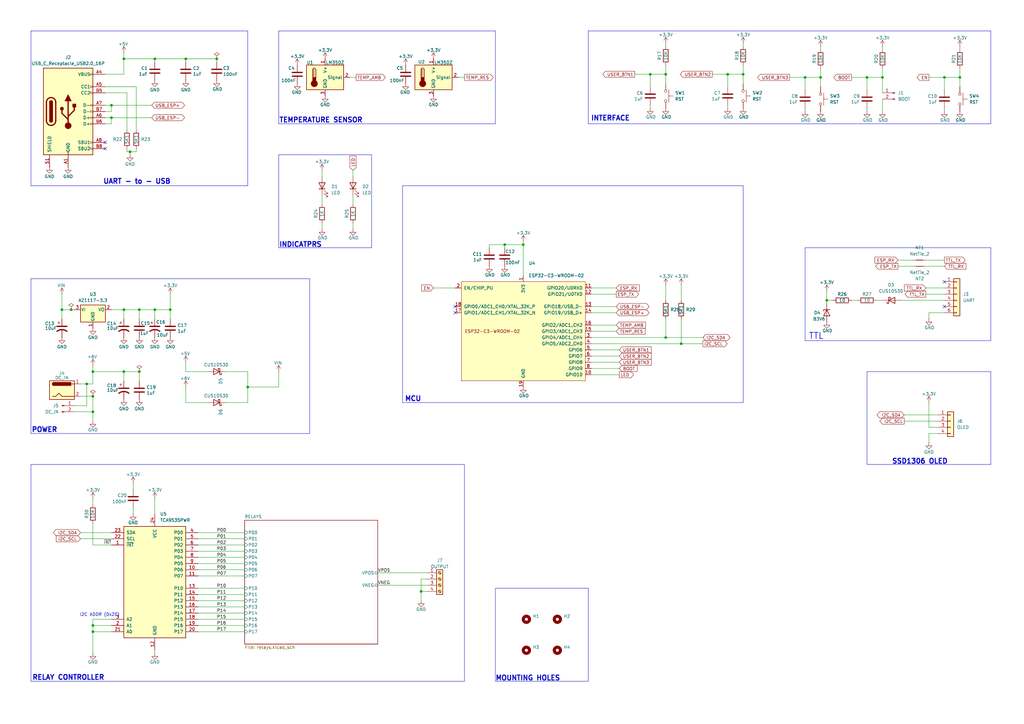
<source format=kicad_sch>
(kicad_sch (version 20250114) (generator "eeschema") (generator_version "9.0")
  (paper "A3")
  (title_block (date "2025-10-24") (rev "1"))
  (text "UART - to - USB" (at 70.104 75.692 0) (effects (font (size 2 2) (thickness 0.4013) (bold yes)) (justify right bottom)))
  (text "RELAY CONTROLLER" (at 42.926 279.146 0) (effects (font (size 2 2) (thickness 0.4013) (bold yes)) (justify right bottom)))
  (text "MCU" (at 169.418 164.846 0) (effects (font (size 2 2) (thickness 0.4013) (bold yes)) (justify bottom)))
  (text "TTL" (at 334.772 137.922 0) (effects (font (size 2.54 2.54) (thickness 0.254) (bold yes))))
  (text "INTERFACE" (at 242.316 49.784 0) (effects (font (size 2 2) (thickness 0.4013) (bold yes)) (justify left bottom)))
  (text "SSD1306 OLED" (at 365.76 190.5 0) (effects (font (size 2.0066 2.0066) (thickness 0.4013) (bold yes)) (justify left bottom)))
  (text "INDICATPRS" (at 132.08 101.6 0) (effects (font (size 2 2) (thickness 0.4013) (bold yes)) (justify right bottom)))
  (text "MOUNTING HOLES" (at 229.87 279.4 0) (effects (font (size 2 2) (thickness 0.4013) (bold yes)) (justify right bottom)))
  (text "TEMPERATURE SENSOR" (at 148.844 50.546 0) (effects (font (size 2 2) (thickness 0.4013) (bold yes)) (justify right bottom)))
  (text "POWER" (at 23.622 177.546 0) (effects (font (size 2 2) (thickness 0.4013) (bold yes)) (justify right bottom)))
  (text "I2C ADDR (0x20)" (at 40.894 252.222 0) (effects (font (size 1.27 1.27))))
  (junction (at 387.35 31.75))
  (junction (at 172.72 242.57))
  (junction (at 45.72 43.18))
  (junction (at 38.1 168.91))
  (junction (at 304.8 30.48))
  (junction (at 50.8 24.13))
  (junction (at 298.45 30.48))
  (junction (at 25.4 127))
  (junction (at 76.2 24.13))
  (junction (at 273.05 138.43))
  (junction (at 57.15 152.4))
  (junction (at 45.72 48.26))
  (junction (at 38.1 152.4))
  (junction (at 35.56 157.48))
  (junction (at 339.09 123.19))
  (junction (at 361.95 31.75))
  (junction (at 273.05 30.48))
  (junction (at 63.5 24.13))
  (junction (at 266.7 30.48))
  (junction (at 38.1 256.54))
  (junction (at 38.1 259.08))
  (junction (at 57.15 127))
  (junction (at 393.7 31.75))
  (junction (at 63.5 127))
  (junction (at 88.9 24.13))
  (junction (at 330.2 31.75))
  (junction (at 101.6 158.75))
  (junction (at 29.21 127))
  (junction (at 53.34 62.23))
  (junction (at 355.6 31.75))
  (junction (at 69.85 127))
  (junction (at 336.55 31.75))
  (junction (at 214.63 100.33))
  (junction (at 207.01 100.33))
  (junction (at 50.8 152.4))
  (junction (at 279.4 140.97))
  (junction (at 38.1 162.56))
  (junction (at 50.8 127))
  (no_connect (at 387.35 115.57))
  (no_connect (at 387.35 125.73))
  (no_connect (at 186.69 128.27))
  (no_connect (at 43.18 58.42))
  (no_connect (at 43.18 60.96))
  (no_connect (at 186.69 125.73))
  (wire (pts (xy 381 130.81) (xy 381 128.27)))
  (wire (pts (xy 63.5 25.4) (xy 63.5 24.13)))
  (wire (pts (xy 254 148.59) (xy 242.57 148.59)))
  (polyline (pts (xy 127 177.8) (xy 12.7 177.8)))
  (wire (pts (xy 339.09 123.19) (xy 341.63 123.19)))
  (wire (pts (xy 154.94 234.95) (xy 175.26 234.95)))
  (wire (pts (xy 69.85 120.65) (xy 69.85 127)))
  (polyline (pts (xy 190.5 190.5) (xy 190.5 279.4)))
  (wire (pts (xy 38.1 204.47) (xy 38.1 207.01)))
  (wire (pts (xy 384.81 170.18) (xy 370.84 170.18)))
  (wire (pts (xy 25.4 127) (xy 25.4 130.81)))
  (wire (pts (xy 35.56 166.37) (xy 35.56 157.48)))
  (wire (pts (xy 361.95 31.75) (xy 361.95 38.1)))
  (wire (pts (xy 323.85 31.75) (xy 330.2 31.75)))
  (polyline (pts (xy 165.1 76.2) (xy 165.1 165.1)))
  (wire (pts (xy 45.72 127) (xy 50.8 127)))
  (wire (pts (xy 81.28 246.38) (xy 100.33 246.38)))
  (polyline (pts (xy 203.2 241.3) (xy 241.3 241.3)))
  (wire (pts (xy 45.72 45.72) (xy 43.18 45.72)))
  (wire (pts (xy 43.18 43.18) (xy 45.72 43.18)))
  (wire (pts (xy 33.02 220.98) (xy 45.72 220.98)))
  (wire (pts (xy 381 177.8) (xy 384.81 177.8)))
  (wire (pts (xy 242.57 135.89) (xy 252.73 135.89)))
  (wire (pts (xy 379.73 109.22) (xy 387.35 109.22)))
  (wire (pts (xy 387.35 31.75) (xy 387.35 36.83)))
  (wire (pts (xy 361.95 20.32) (xy 361.95 19.05)))
  (wire (pts (xy 273.05 30.48) (xy 273.05 34.29)))
  (wire (pts (xy 252.73 128.27) (xy 242.57 128.27)))
  (wire (pts (xy 88.9 24.13) (xy 88.9 25.4)))
  (polyline (pts (xy 127 114.3) (xy 127 177.8)))
  (wire (pts (xy 92.71 152.4) (xy 101.6 152.4)))
  (wire (pts (xy 252.73 125.73) (xy 242.57 125.73)))
  (wire (pts (xy 242.57 140.97) (xy 279.4 140.97)))
  (wire (pts (xy 172.72 242.57) (xy 175.26 242.57)))
  (wire (pts (xy 242.57 151.13) (xy 254 151.13)))
  (wire (pts (xy 254 146.05) (xy 242.57 146.05)))
  (wire (pts (xy 144.78 83.82) (xy 144.78 80.01)))
  (wire (pts (xy 242.57 153.67) (xy 254 153.67)))
  (polyline (pts (xy 12.7 114.3) (xy 12.7 177.8)))
  (wire (pts (xy 81.28 236.22) (xy 100.33 236.22)))
  (wire (pts (xy 38.1 168.91) (xy 38.1 172.72)))
  (wire (pts (xy 172.72 237.49) (xy 172.72 242.57)))
  (wire (pts (xy 101.6 152.4) (xy 101.6 158.75)))
  (polyline (pts (xy 241.3 50.8) (xy 406.4 50.8)))
  (polyline (pts (xy 152.4 63.5) (xy 114.3 63.5)))
  (polyline (pts (xy 12.7 114.3) (xy 127 114.3)))
  (wire (pts (xy 50.8 127) (xy 57.15 127)))
  (wire (pts (xy 273.05 138.43) (xy 288.29 138.43)))
  (polyline (pts (xy 101.6 76.2) (xy 101.6 12.7)))
  (wire (pts (xy 38.1 256.54) (xy 38.1 259.08)))
  (wire (pts (xy 132.08 91.44) (xy 132.08 93.98)))
  (polyline (pts (xy 114.3 12.7) (xy 114.3 50.8)))
  (wire (pts (xy 38.1 259.08) (xy 38.1 267.97)))
  (wire (pts (xy 273.05 116.84) (xy 273.05 123.19)))
  (polyline (pts (xy 12.7 12.7) (xy 12.7 76.2)))
  (wire (pts (xy 29.21 127) (xy 30.48 127)))
  (wire (pts (xy 330.2 31.75) (xy 336.55 31.75)))
  (wire (pts (xy 361.95 27.94) (xy 361.95 31.75)))
  (wire (pts (xy 81.28 251.46) (xy 100.33 251.46)))
  (wire (pts (xy 381 128.27) (xy 387.35 128.27)))
  (polyline (pts (xy 241.3 241.3) (xy 241.3 279.4)))
  (wire (pts (xy 339.09 119.38) (xy 339.09 123.19)))
  (polyline (pts (xy 203.2 50.8) (xy 114.3 50.8)))
  (wire (pts (xy 25.4 120.65) (xy 25.4 127)))
  (wire (pts (xy 387.35 118.11) (xy 379.73 118.11)))
  (wire (pts (xy 81.28 226.06) (xy 100.33 226.06)))
  (polyline (pts (xy 406.4 101.6) (xy 406.4 139.7)))
  (wire (pts (xy 273.05 26.67) (xy 273.05 30.48)))
  (polyline (pts (xy 406.4 152.4) (xy 406.4 190.5)))
  (polyline (pts (xy 203.2 12.7) (xy 203.2 50.8)))
  (polyline (pts (xy 152.4 101.6) (xy 152.4 63.5)))
  (wire (pts (xy 25.4 127) (xy 29.21 127)))
  (wire (pts (xy 38.1 152.4) (xy 50.8 152.4)))
  (wire (pts (xy 387.35 44.45) (xy 387.35 45.72)))
  (wire (pts (xy 81.28 218.44) (xy 100.33 218.44)))
  (wire (pts (xy 207.01 100.33) (xy 207.01 101.6)))
  (wire (pts (xy 279.4 140.97) (xy 288.29 140.97)))
  (wire (pts (xy 336.55 31.75) (xy 336.55 35.56)))
  (wire (pts (xy 200.66 100.33) (xy 200.66 101.6)))
  (polyline (pts (xy 12.7 190.5) (xy 190.5 190.5)))
  (polyline (pts (xy 114.3 101.6) (xy 152.4 101.6)))
  (wire (pts (xy 45.72 43.18) (xy 45.72 45.72)))
  (wire (pts (xy 298.45 30.48) (xy 298.45 35.56)))
  (polyline (pts (xy 406.4 12.7) (xy 241.3 12.7)))
  (wire (pts (xy 242.57 120.65) (xy 252.73 120.65)))
  (wire (pts (xy 81.28 223.52) (xy 100.33 223.52)))
  (wire (pts (xy 52.07 38.1) (xy 43.18 38.1)))
  (wire (pts (xy 393.7 31.75) (xy 393.7 35.56)))
  (wire (pts (xy 76.2 158.75) (xy 76.2 165.1)))
  (wire (pts (xy 101.6 165.1) (xy 92.71 165.1)))
  (wire (pts (xy 81.28 231.14) (xy 100.33 231.14)))
  (wire (pts (xy 214.63 100.33) (xy 214.63 113.03)))
  (wire (pts (xy 38.1 157.48) (xy 35.56 157.48)))
  (wire (pts (xy 50.8 127) (xy 50.8 130.81)))
  (wire (pts (xy 50.8 24.13) (xy 63.5 24.13)))
  (polyline (pts (xy 101.6 12.7) (xy 12.7 12.7)))
  (wire (pts (xy 57.15 152.4) (xy 50.8 152.4)))
  (wire (pts (xy 57.15 130.81) (xy 57.15 127)))
  (wire (pts (xy 45.72 254) (xy 38.1 254)))
  (wire (pts (xy 38.1 254) (xy 38.1 256.54)))
  (wire (pts (xy 381 165.1) (xy 381 175.26)))
  (wire (pts (xy 63.5 266.7) (xy 63.5 267.97)))
  (wire (pts (xy 52.07 62.23) (xy 53.34 62.23)))
  (wire (pts (xy 43.18 35.56) (xy 55.88 35.56)))
  (wire (pts (xy 63.5 24.13) (xy 76.2 24.13)))
  (wire (pts (xy 43.18 48.26) (xy 45.72 48.26)))
  (wire (pts (xy 336.55 19.05) (xy 336.55 20.32)))
  (wire (pts (xy 177.8 118.11) (xy 186.69 118.11)))
  (wire (pts (xy 35.56 157.48) (xy 33.02 157.48)))
  (wire (pts (xy 298.45 30.48) (xy 304.8 30.48)))
  (wire (pts (xy 200.66 100.33) (xy 207.01 100.33)))
  (wire (pts (xy 298.45 43.18) (xy 298.45 44.45)))
  (wire (pts (xy 393.7 27.94) (xy 393.7 31.75)))
  (wire (pts (xy 63.5 127) (xy 63.5 130.81)))
  (wire (pts (xy 279.4 116.84) (xy 279.4 123.19)))
  (wire (pts (xy 55.88 35.56) (xy 55.88 53.34)))
  (wire (pts (xy 336.55 27.94) (xy 336.55 31.75)))
  (wire (pts (xy 266.7 43.18) (xy 266.7 44.45)))
  (wire (pts (xy 38.1 149.86) (xy 38.1 152.4)))
  (wire (pts (xy 154.94 240.03) (xy 175.26 240.03)))
  (polyline (pts (xy 12.7 76.2) (xy 101.6 76.2)))
  (wire (pts (xy 81.28 228.6) (xy 100.33 228.6)))
  (wire (pts (xy 368.3 106.68) (xy 374.65 106.68)))
  (wire (pts (xy 52.07 53.34) (xy 52.07 38.1)))
  (wire (pts (xy 50.8 152.4) (xy 50.8 156.21)))
  (polyline (pts (xy 355.6 190.5) (xy 355.6 152.4)))
  (wire (pts (xy 45.72 43.18) (xy 62.23 43.18)))
  (wire (pts (xy 242.57 133.35) (xy 252.73 133.35)))
  (wire (pts (xy 381 31.75) (xy 387.35 31.75)))
  (wire (pts (xy 207.01 100.33) (xy 214.63 100.33)))
  (wire (pts (xy 76.2 25.4) (xy 76.2 24.13)))
  (wire (pts (xy 38.1 259.08) (xy 45.72 259.08)))
  (wire (pts (xy 54.61 208.28) (xy 54.61 210.82)))
  (wire (pts (xy 369.57 123.19) (xy 387.35 123.19)))
  (wire (pts (xy 57.15 127) (xy 63.5 127)))
  (wire (pts (xy 76.2 152.4) (xy 85.09 152.4)))
  (wire (pts (xy 254 143.51) (xy 242.57 143.51)))
  (wire (pts (xy 55.88 60.96) (xy 55.88 62.23)))
  (wire (pts (xy 349.25 123.19) (xy 351.79 123.19)))
  (wire (pts (xy 38.1 162.56) (xy 38.1 168.91)))
  (wire (pts (xy 304.8 26.67) (xy 304.8 30.48)))
  (polyline (pts (xy 330.2 101.6) (xy 330.2 139.7)))
  (wire (pts (xy 114.3 152.4) (xy 114.3 158.75)))
  (wire (pts (xy 45.72 223.52) (xy 38.1 223.52)))
  (wire (pts (xy 81.28 256.54) (xy 100.33 256.54)))
  (wire (pts (xy 81.28 243.84) (xy 100.33 243.84)))
  (wire (pts (xy 339.09 123.19) (xy 339.09 124.46)))
  (wire (pts (xy 76.2 148.59) (xy 76.2 152.4)))
  (wire (pts (xy 38.1 256.54) (xy 45.72 256.54)))
  (polyline (pts (xy 114.3 12.7) (xy 203.2 12.7)))
  (wire (pts (xy 355.6 44.45) (xy 355.6 45.72)))
  (wire (pts (xy 81.28 248.92) (xy 100.33 248.92)))
  (wire (pts (xy 81.28 233.68) (xy 100.33 233.68)))
  (wire (pts (xy 393.7 19.05) (xy 393.7 20.32)))
  (wire (pts (xy 33.02 162.56) (xy 38.1 162.56)))
  (polyline (pts (xy 406.4 139.7) (xy 330.2 139.7)))
  (wire (pts (xy 292.1 30.48) (xy 298.45 30.48)))
  (wire (pts (xy 69.85 130.81) (xy 69.85 127)))
  (polyline (pts (xy 12.7 190.5) (xy 12.7 279.4)))
  (wire (pts (xy 143.51 31.75) (xy 146.05 31.75)))
  (wire (pts (xy 101.6 158.75) (xy 114.3 158.75)))
  (wire (pts (xy 63.5 127) (xy 69.85 127)))
  (wire (pts (xy 381 175.26) (xy 384.81 175.26)))
  (wire (pts (xy 273.05 17.78) (xy 273.05 19.05)))
  (wire (pts (xy 304.8 17.78) (xy 304.8 19.05)))
  (wire (pts (xy 387.35 120.65) (xy 379.73 120.65)))
  (wire (pts (xy 355.6 31.75) (xy 361.95 31.75)))
  (wire (pts (xy 242.57 118.11) (xy 252.73 118.11)))
  (wire (pts (xy 50.8 21.59) (xy 50.8 24.13)))
  (wire (pts (xy 384.81 172.72) (xy 370.84 172.72)))
  (wire (pts (xy 359.41 123.19) (xy 361.95 123.19)))
  (wire (pts (xy 45.72 50.8) (xy 43.18 50.8)))
  (wire (pts (xy 349.25 31.75) (xy 355.6 31.75)))
  (wire (pts (xy 187.96 31.75) (xy 190.5 31.75)))
  (polyline (pts (xy 304.8 76.2) (xy 304.8 165.1)))
  (wire (pts (xy 172.72 242.57) (xy 172.72 246.38)))
  (wire (pts (xy 54.61 198.12) (xy 54.61 200.66)))
  (wire (pts (xy 266.7 30.48) (xy 266.7 35.56)))
  (wire (pts (xy 355.6 31.75) (xy 355.6 36.83)))
  (wire (pts (xy 260.35 30.48) (xy 266.7 30.48)))
  (wire (pts (xy 52.07 60.96) (xy 52.07 62.23)))
  (wire (pts (xy 43.18 30.48) (xy 50.8 30.48)))
  (polyline (pts (xy 241.3 12.7) (xy 241.3 50.8)))
  (wire (pts (xy 379.73 106.68) (xy 387.35 106.68)))
  (wire (pts (xy 38.1 214.63) (xy 38.1 223.52)))
  (wire (pts (xy 81.28 220.98) (xy 100.33 220.98)))
  (wire (pts (xy 304.8 30.48) (xy 304.8 34.29)))
  (wire (pts (xy 30.48 168.91) (xy 38.1 168.91)))
  (wire (pts (xy 279.4 130.81) (xy 279.4 140.97)))
  (wire (pts (xy 132.08 83.82) (xy 132.08 80.01)))
  (wire (pts (xy 76.2 165.1) (xy 85.09 165.1)))
  (polyline (pts (xy 406.4 190.5) (xy 355.6 190.5)))
  (wire (pts (xy 33.02 218.44) (xy 45.72 218.44)))
  (polyline (pts (xy 203.2 241.3) (xy 203.2 279.4)))
  (wire (pts (xy 30.48 166.37) (xy 35.56 166.37)))
  (wire (pts (xy 76.2 24.13) (xy 88.9 24.13)))
  (wire (pts (xy 368.3 109.22) (xy 374.65 109.22)))
  (wire (pts (xy 45.72 48.26) (xy 62.23 48.26)))
  (polyline (pts (xy 330.2 101.6) (xy 406.4 101.6)))
  (wire (pts (xy 81.28 259.08) (xy 100.33 259.08)))
  (wire (pts (xy 144.78 69.85) (xy 144.78 72.39)))
  (wire (pts (xy 144.78 91.44) (xy 144.78 93.98)))
  (polyline (pts (xy 304.8 165.1) (xy 165.1 165.1)))
  (polyline (pts (xy 406.4 12.7) (xy 406.4 50.8)))
  (wire (pts (xy 361.95 40.64) (xy 361.95 45.72)))
  (wire (pts (xy 330.2 44.45) (xy 330.2 45.72)))
  (wire (pts (xy 81.28 241.3) (xy 100.33 241.3)))
  (wire (pts (xy 50.8 30.48) (xy 50.8 24.13)))
  (wire (pts (xy 38.1 152.4) (xy 38.1 157.48)))
  (wire (pts (xy 387.35 31.75) (xy 393.7 31.75)))
  (wire (pts (xy 53.34 62.23) (xy 53.34 63.5)))
  (wire (pts (xy 273.05 130.81) (xy 273.05 138.43)))
  (polyline (pts (xy 114.3 63.5) (xy 114.3 101.6)))
  (wire (pts (xy 175.26 237.49) (xy 172.72 237.49)))
  (wire (pts (xy 81.28 254) (xy 100.33 254)))
  (wire (pts (xy 214.63 99.06) (xy 214.63 100.33)))
  (polyline (pts (xy 190.5 279.4) (xy 12.7 279.4)))
  (wire (pts (xy 45.72 48.26) (xy 45.72 50.8)))
  (polyline (pts (xy 241.3 279.4) (xy 203.2 279.4)))
  (wire (pts (xy 381 181.61) (xy 381 177.8)))
  (polyline (pts (xy 165.1 76.2) (xy 304.8 76.2)))
  (wire (pts (xy 101.6 158.75) (xy 101.6 165.1)))
  (wire (pts (xy 242.57 138.43) (xy 273.05 138.43)))
  (wire (pts (xy 63.5 204.47) (xy 63.5 210.82)))
  (wire (pts (xy 53.34 62.23) (xy 55.88 62.23)))
  (wire (pts (xy 266.7 30.48) (xy 273.05 30.48)))
  (wire (pts (xy 330.2 31.75) (xy 330.2 36.83)))
  (wire (pts (xy 132.08 69.85) (xy 132.08 72.39)))
  (wire (pts (xy 57.15 156.21) (xy 57.15 152.4)))
  (polyline (pts (xy 355.6 152.4) (xy 406.4 152.4)))
  (label "P16" (at 88.9 256.54 0))
  (label "P10" (at 88.9 241.3 0))
  (label "P05" (at 88.9 231.14 0))
  (label "P12" (at 88.9 246.38 0))
  (label "P02" (at 88.9 223.52 0))
  (label "P07" (at 88.9 236.22 0))
  (label "VNEG" (at 154.94 240.03 0))
  (label "~{INT}" (at 45.72 223.52 180))
  (label "P00" (at 88.9 218.44 0))
  (label "P06" (at 88.9 233.68 0))
  (label "P11" (at 88.9 243.84 0))
  (label "P17" (at 88.9 259.08 0))
  (label "P15" (at 88.9 254 0))
  (label "P03" (at 88.9 226.06 0))
  (label "P01" (at 88.9 220.98 0))
  (label "P14" (at 88.9 251.46 0))
  (label "P04" (at 88.9 228.6 0))
  (label "VPOS" (at 154.94 234.95 0))
  (label "P13" (at 88.9 248.92 0))
  (global_label "I2C_SDA" (shape bidirectional) (at 288.29 138.43 0) (property "Intersheetrefs" "${INTERSHEET_REFS}" (effects (hide yes))))
  (global_label "USB_ESP+" (shape bidirectional) (at 252.73 128.27 0) (property "Intersheetrefs" "${INTERSHEET_REFS}" (effects (hide yes))))
  (global_label "USB_ESP-" (shape bidirectional) (at 62.23 48.26 0) (property "Intersheetrefs" "${INTERSHEET_REFS}" (effects (hide yes))))
  (global_label "USER_BTN3" (shape input) (at 254 148.59 0) (property "Intersheetrefs" "${INTERSHEET_REFS}" (effects (hide yes))))
  (global_label "USB_ESP+" (shape bidirectional) (at 62.23 43.18 0) (property "Intersheetrefs" "${INTERSHEET_REFS}" (effects (hide yes))))
  (global_label "EN" (shape input) (at 177.8 118.11 180) (property "Intersheetrefs" "${INTERSHEET_REFS}" (effects (hide yes))))
  (global_label "TTL_RX" (shape input) (at 387.35 109.22 0) (property "Intersheetrefs" "${INTERSHEET_REFS}" (effects (hide yes))))
  (global_label "I2C_SDA" (shape bidirectional) (at 33.02 218.44 180) (property "Intersheetrefs" "${INTERSHEET_REFS}" (effects (hide yes))))
  (global_label "I2C_SDA" (shape bidirectional) (at 370.84 170.18 180) (property "Intersheetrefs" "${INTERSHEET_REFS}" (effects (hide yes))))
  (global_label "EN" (shape output) (at 381 31.75 180) (property "Intersheetrefs" "${INTERSHEET_REFS}" (effects (hide yes))))
  (global_label "TEMP_RES" (shape output) (at 190.5 31.75 0) (property "Intersheetrefs" "${INTERSHEET_REFS}" (effects (hide yes))))
  (global_label "USER_BTN2" (shape output) (at 292.1 30.48 180) (property "Intersheetrefs" "${INTERSHEET_REFS}" (effects (hide yes))))
  (global_label "ESP_RX" (shape input) (at 252.73 118.11 0) (property "Intersheetrefs" "${INTERSHEET_REFS}" (effects (hide yes))))
  (global_label "I2C_SCL" (shape input) (at 33.02 220.98 180) (property "Intersheetrefs" "${INTERSHEET_REFS}" (effects (hide yes))))
  (global_label "TEMP_RES" (shape input) (at 252.73 135.89 0) (property "Intersheetrefs" "${INTERSHEET_REFS}" (effects (hide yes))))
  (global_label "TEMP_AMB" (shape output) (at 146.05 31.75 0) (property "Intersheetrefs" "${INTERSHEET_REFS}" (effects (hide yes))))
  (global_label "I2C_SCL" (shape output) (at 370.84 172.72 180) (property "Intersheetrefs" "${INTERSHEET_REFS}" (effects (hide yes))))
  (global_label "LED" (shape output) (at 254 153.67 0) (property "Intersheetrefs" "${INTERSHEET_REFS}" (effects (hide yes))))
  (global_label "ESP_TX" (shape output) (at 368.3 109.22 180) (property "Intersheetrefs" "${INTERSHEET_REFS}" (effects (hide yes))))
  (global_label "USER_BTN3" (shape output) (at 323.85 31.75 180) (property "Intersheetrefs" "${INTERSHEET_REFS}" (effects (hide yes))))
  (global_label "ESP_TX" (shape output) (at 252.73 120.65 0) (property "Intersheetrefs" "${INTERSHEET_REFS}" (effects (hide yes))))
  (global_label "USER_BTN1" (shape output) (at 260.35 30.48 180) (property "Intersheetrefs" "${INTERSHEET_REFS}" (effects (hide yes))))
  (global_label "BOOT" (shape output) (at 349.25 31.75 180) (property "Intersheetrefs" "${INTERSHEET_REFS}" (effects (hide yes))))
  (global_label "ESP_RX" (shape input) (at 368.3 106.68 180) (property "Intersheetrefs" "${INTERSHEET_REFS}" (effects (hide yes))))
  (global_label "USER_BTN1" (shape input) (at 254 143.51 0) (property "Intersheetrefs" "${INTERSHEET_REFS}" (effects (hide yes))))
  (global_label "TTL_RX" (shape input) (at 379.73 118.11 180) (property "Intersheetrefs" "${INTERSHEET_REFS}" (effects (hide yes))))
  (global_label "USER_BTN2" (shape input) (at 254 146.05 0) (property "Intersheetrefs" "${INTERSHEET_REFS}" (effects (hide yes))))
  (global_label "TEMP_AMB" (shape input) (at 252.73 133.35 0) (property "Intersheetrefs" "${INTERSHEET_REFS}" (effects (hide yes))))
  (global_label "TTL_TX" (shape output) (at 387.35 106.68 0) (property "Intersheetrefs" "${INTERSHEET_REFS}" (effects (hide yes))))
  (global_label "USB_ESP-" (shape bidirectional) (at 252.73 125.73 0) (property "Intersheetrefs" "${INTERSHEET_REFS}" (effects (hide yes))))
  (global_label "I2C_SCL" (shape output) (at 288.29 140.97 0) (property "Intersheetrefs" "${INTERSHEET_REFS}" (effects (hide yes))))
  (global_label "LED" (shape input) (at 144.78 69.85 90) (property "Intersheetrefs" "${INTERSHEET_REFS}" (effects (hide yes))))
  (global_label "BOOT" (shape input) (at 254 151.13 0) (property "Intersheetrefs" "${INTERSHEET_REFS}" (effects (hide yes))))
  (global_label "TTL_TX" (shape output) (at 379.73 120.65 180) (property "Intersheetrefs" "${INTERSHEET_REFS}" (effects (hide yes))))
  (symbol (lib_id "Connector_Generic:Conn_01x04") (at 389.89 172.72 0) (unit 1) (in_bom no)
    (property "Reference" "J6" (at 392.43 172.72 0) (effects (justify left)))
    (property "Value" "OLED" (at 392.43 175.26 0) (effects (justify left)))
    (property "Footprint" "Connector_PinSocket_2.54mm:PinSocket_1x04_P2.54mm_Vertical" (effects (hide yes)))
    (property "Assembled" "N" (effects (hide yes)))
    (property "Basic_Part" "N" (effects (hide yes)))
  )
  (symbol (lib_id "power:GND") (at 381 181.61 0) (mirror y) (unit 1)
    (property "Reference" "#PWR059" (effects (hide yes)))
    (property "Value" "GND" (at 381 185.42 0))
  )
  (symbol (lib_id "Device:LED") (at 144.78 76.2 90) (unit 1)
    (property "Reference" "D2" (at 148.59 76.5174 90) (effects (justify right)))
    (property "Value" "LED" (at 148.59 79.0574 90) (effects (justify right)))
    (property "Footprint" "LED_SMD:LED_0603_1608Metric" (effects (hide yes)))
    (property "Description" "Light emitting diode" (effects (hide yes)))
    (property "Sim.Pins" "1=K 2=A" (effects (hide yes)))
    (property "jlc_part" "C2986060" (effects (hide yes)))
    (property "mfr_part" "19-217/R6C-AL1M2VY/6T" (effects (hide yes)))
  )
  (symbol (lib_id "Device:C") (at 330.2 40.64 0) (mirror y) (unit 1)
    (property "Reference" "C8" (at 327.279 39.4462 0) (effects (justify left)))
    (property "Value" "1uF" (at 327.279 41.8084 0) (effects (justify left)))
    (property "Footprint" "Capacitor_SMD:C_0603_1608Metric" (effects (hide yes)))
    (property "Datasheet" "https://datasheet.lcsc.com/lcsc/1810261812_Samsung-Electro-Mechanics-CL10A105KB8NNNC_C15849.pdf" (effects (hide yes)))
    (property "LCSC Part #" "C15849" (effects (hide yes)))
    (property "Mfr.#" "CL10A105KO8NNNC" (effects (hide yes)))
    (property "Assembled" "Y" (effects (hide yes)))
    (property "Unit_cost" "0.0026" (effects (hide yes)))
    (property "Basic_Part" "Y" (effects (hide yes)))
    (property "MFR.Part #" "CL10A105KB8NNNC" (effects (hide yes)))
    (property "minimum" "1" (effects (hide yes)))
    (property "Mfr. Part #" "CL10A105KO8NNNC" (effects (hide yes)))
    (property "JLCPCB Part #" "C1592" (effects (hide yes)))
    (property "In Stock" "5337041" (effects (hide yes)))
  )
  (symbol (lib_id "power:GND") (at 393.7 45.72 0) (unit 1)
    (property "Reference" "#PWR027" (effects (hide yes)))
    (property "Value" "GND" (at 393.954 49.276 0))
    (property "Description" "Power symbol creates a global label with name \"GND\" , ground" (effects (hide yes)))
  )
  (symbol (lib_id "power:GND") (at 166.37 34.29 0) (mirror y) (unit 1)
    (property "Reference" "#PWR015" (effects (hide yes)))
    (property "Value" "GND" (at 166.116 37.846 0))
    (property "Description" "Power symbol creates a global label with name \"GND\" , ground" (effects (hide yes)))
  )
  (symbol (lib_id "power:GND") (at 38.1 267.97 0) (unit 1)
    (property "Reference" "#PWR065" (effects (hide yes)))
    (property "Value" "GND" (at 38.1 271.526 0))
    (property "Description" "Power symbol creates a global label with name \"GND\" , ground" (effects (hide yes)))
  )
  (symbol (lib_id "power:+3.3V") (at 38.1 204.47 0) (unit 1)
    (property "Reference" "#PWR061" (effects (hide yes)))
    (property "Value" "+3.3V" (at 38.1 200.914 0))
    (property "Description" "Power symbol creates a global label with name \"+3.3V\"" (effects (hide yes)))
  )
  (symbol (lib_id "power:GND") (at 172.72 246.38 0) (unit 1)
    (property "Reference" "#PWR064" (effects (hide yes)))
    (property "Value" "GND" (at 172.72 249.936 0))
    (property "Description" "Power symbol creates a global label with name \"GND\" , ground" (effects (hide yes)))
  )
  (symbol (lib_id "Mechanical:MountingHole") (at 228.6 254 0) (unit 1) (in_bom no)
    (property "Reference" "H2" (at 231.14 252.7299 0) (effects (justify left)))
    (property "Value" "MountingHole" (effects (hide yes)))
    (property "Footprint" "MountingHole:MountingHole_3.2mm_M3" (effects (hide yes)))
    (property "Description" "Mounting Hole without connection" (effects (hide yes)))
  )
  (symbol (lib_id "Device:R") (at 273.05 22.86 0) (mirror x) (unit 1)
    (property "Reference" "R17" (at 270.51 22.86 90))
    (property "Value" "10K" (at 273.05 22.86 90))
    (property "Footprint" "Resistor_SMD:R_0603_1608Metric" (effects (hide yes)))
    (property "Description" "Resistor" (effects (hide yes)))
    (property "jlc_part" "C25804" (effects (hide yes)))
    (property "mfr_part" "0603WAF1002T5E" (effects (hide yes)))
  )
  (symbol (lib_id "Device:D_Schottky") (at 88.9 152.4 180) (unit 1)
    (property "Reference" "D5" (at 90.4876 154.94 90) (effects (justify left)))
    (property "Value" "CUS10S30" (at 93.726 149.606 0) (effects (justify left)))
    (property "Footprint" "Diode_SMD:D_SOD-323_HandSoldering" (effects (hide yes)))
    (property "Description" "Schottky diode" (effects (hide yes)))
    (property "jlc_part" "C146335" (effects (hide yes)))
    (property "mfr_part" "CUS10S30,H3F" (effects (hide yes)))
  )
  (symbol (lib_id "Regulator_Linear:AZ1117-3.3") (at 38.1 127 0) (unit 1)
    (property "Reference" "U3" (at 38.1 120.65 0))
    (property "Value" "AZ1117-3.3" (at 38.1 123.19 0))
    (property "Footprint" "Package_TO_SOT_SMD:SOT-223-3_TabPin2" (effects (hide yes)))
    (property "Datasheet" "https://www.diodes.com/assets/Datasheets/AZ1117.pdf" (effects (hide yes)))
    (property "Description" "1A 20V Fixed LDO Linear Regulator, 3.3V, SOT-89/SOT-223/TO-220/TO-252/TO-263" (effects (hide yes)))
  )
  (symbol (lib_id "Device:C") (at 166.37 30.48 0) (mirror y) (unit 1)
    (property "Reference" "C5" (at 165.354 27.94 0) (effects (justify left)))
    (property "Value" "100nF" (at 165.862 33.02 0) (effects (justify left)))
    (property "Footprint" "Capacitor_SMD:C_0603_1608Metric" (effects (hide yes)))
    (property "Description" "Unpolarized capacitor" (effects (hide yes)))
    (property "jlc_part" "C14663" (effects (hide yes)))
    (property "mfr_part" "CC0603KRX7R9BB104" (effects (hide yes)))
  )
  (symbol (lib_id "Interface_Expansion:TCA9535PWR") (at 63.5 238.76 0) (unit 1)
    (property "Reference" "U5" (at 65.6433 210.82 0) (effects (justify left)))
    (property "Value" "TCA9535PWR" (at 65.6433 213.36 0) (effects (justify left)))
    (property "Footprint" "Package_SO:TSSOP-24_4.4x7.8mm_P0.65mm" (effects (hide yes)))
    (property "Datasheet" "https://www.ti.com/cn/lit/gpn/tca9535" (effects (hide yes)))
    (property "Description" "16-bit I/O expander, I2C and SMBus interface, interrupts, w/o pull-ups, TSSOP-24 package" (effects (hide yes)))
    (property "jlc_part" "C130204" (effects (hide yes)))
    (property "mfr_part" "TCA9535PWR" (effects (hide yes)))
  )
  (symbol (lib_id "power:+3.3V") (at 336.55 19.05 0) (unit 1)
    (property "Reference" "#PWR03" (effects (hide yes)))
    (property "Value" "+3.3V" (at 336.55 15.494 0))
    (property "Description" "Power symbol creates a global label with name \"+3.3V\"" (effects (hide yes)))
  )
  (symbol (lib_id "Device:R") (at 273.05 127 0) (mirror y) (unit 1)
    (property "Reference" "R28" (at 274.955 127 0) (effects (justify right)))
    (property "Value" "5K1" (at 273.05 125.095 90) (effects (justify right)))
    (property "Footprint" "Resistor_SMD:R_0603_1608Metric" (effects (hide yes)))
    (property "Datasheet" "https://datasheet.lcsc.com/lcsc/2010271135_Vishay-Intertech-CRCW06035K10FKEA_C844933.pdf" (effects (hide yes)))
    (property "LCSC Part #" "C844933" (effects (hide yes)))
    (property "Mfr.#" "CRCW06035K10FKEA" (effects (hide yes)))
    (property "Assembled" "Y" (effects (hide yes)))
    (property "Unit_cost" "0.0051" (effects (hide yes)))
    (property "Basic_Part" "N" (effects (hide yes)))
    (property "MFR.Part #" "CRCW06035K10FKEA" (effects (hide yes)))
    (property "Mfr. Part #" "CRCW06035K10FKEA" (effects (hide yes)))
    (property "minimum" "100" (effects (hide yes)))
    (property "JLCPCB Part #" "C844933" (effects (hide yes)))
    (property "In Stock" "8900" (effects (hide yes)))
    (property "jlc_part" "C23186" (effects (hide yes)))
    (property "mfr_part" "0603WAF5101T5E" (effects (hide yes)))
  )
  (symbol (lib_id "power:GND") (at 133.35 39.37 0) (unit 1)
    (property "Reference" "#PWR016" (effects (hide yes)))
    (property "Value" "GND" (at 133.35 42.926 0))
    (property "Description" "Power symbol creates a global label with name \"GND\" , ground" (effects (hide yes)))
  )
  (symbol (lib_id "Device:C") (at 88.9 29.21 0) (unit 1)
    (property "Reference" "C3" (at 91.44 27.94 0) (effects (justify left)))
    (property "Value" "100nF" (at 91.44 30.48 0) (effects (justify left)))
    (property "Footprint" "Capacitor_SMD:C_0603_1608Metric" (effects (hide yes)))
    (property "Description" "Unpolarized capacitor" (effects (hide yes)))
    (property "jlc_part" "C14663" (effects (hide yes)))
    (property "mfr_part" "CC0603KRX7R9BB104" (effects (hide yes)))
  )
  (symbol (lib_id "Sensor_Temperature:TSIC306-TO92") (at 133.35 31.75 0) (unit 1)
    (property "Reference" "U1" (at 128.524 25.654 0) (effects (justify right)))
    (property "Value" "LM35DZ" (at 141.224 25.654 0) (effects (justify right)))
    (property "Footprint" "Package_TO_SOT_THT:TO-92_Inline" (effects (hide yes)))
    (property "Datasheet" "https://www.lcsc.com/datasheet/lcsc_datasheet_2410010302_Texas-Instruments-LM35DZ-NOPB_C12165.pdf" (effects (hide yes)))
    (property "Description" "Digital temperature sensor, range -50 ... +150 °C, 0.3 K accuracy, TO-92" (effects (hide yes)))
    (property "Mfr." "Texas Instruments" (effects (hide yes)))
    (property "Mfr. Part #" "LM35DZ/NOPB" (effects (hide yes)))
    (property "Part #" "C12165" (effects (hide yes)))
  )
  (symbol (lib_id "power:GND") (at 200.66 109.22 0) (unit 1)
    (property "Reference" "#PWR035" (effects (hide yes)))
    (property "Value" "GND" (at 200.914 112.776 0))
    (property "Description" "Power symbol creates a global label with name \"GND\" , ground" (effects (hide yes)))
  )
  (symbol (lib_id "Device:D_Schottky") (at 365.76 123.19 0) (mirror x) (unit 1)
    (property "Reference" "D3" (at 365.4425 116.84 0))
    (property "Value" "CUS10S30" (at 365.4425 119.38 0))
    (property "Footprint" "Diode_SMD:D_SOD-323" (effects (hide yes)))
    (property "Datasheet" "https://datasheet.lcsc.com/lcsc/1810181811_TOSHIBA-CUS10S30-H3F_C146335.pdf" (effects (hide yes)))
    (property "Description" "30V 230mV@100mA 1A SC-76(SOD-323) Schottky Barrier Diodes (SBD) ROHS" (effects (hide yes)))
    (property "Rating" "30V" (effects (hide yes)))
    (property "Mfr." "TOSHIBA" (effects (hide yes)))
    (property "Mfr. Part #" "CUS10S30,H3F" (effects (hide yes)))
    (property "Part #" "C146335" (effects (hide yes)))
  )
  (symbol (lib_id "Device:C") (at 200.66 105.41 0) (mirror y) (unit 1)
    (property "Reference" "C11" (at 197.739 104.2162 0) (effects (justify left)))
    (property "Value" "1uF" (at 197.739 106.5784 0) (effects (justify left)))
    (property "Footprint" "Capacitor_SMD:C_0603_1608Metric" (effects (hide yes)))
    (property "Datasheet" "https://datasheet.lcsc.com/lcsc/1810261812_Samsung-Electro-Mechanics-CL10A105KB8NNNC_C15849.pdf" (effects (hide yes)))
    (property "LCSC Part #" "C15849" (effects (hide yes)))
    (property "Mfr.#" "CL10A105KO8NNNC" (effects (hide yes)))
    (property "Assembled" "Y" (effects (hide yes)))
    (property "Unit_cost" "0.0026" (effects (hide yes)))
    (property "Basic_Part" "Y" (effects (hide yes)))
    (property "MFR.Part #" "CL10A105KB8NNNC" (effects (hide yes)))
    (property "minimum" "1" (effects (hide yes)))
    (property "Mfr. Part #" "CL10A105KO8NNNC" (effects (hide yes)))
    (property "JLCPCB Part #" "C1592" (effects (hide yes)))
    (property "In Stock" "5337041" (effects (hide yes)))
  )
  (symbol (lib_id "power:GND") (at 339.09 132.08 0) (unit 1)
    (property "Reference" "#PWR043" (effects (hide yes)))
    (property "Value" "GND" (at 339.344 135.636 0))
    (property "Description" "Power symbol creates a global label with name \"GND\" , ground" (effects (hide yes)))
  )
  (symbol (lib_id "power:GND") (at 63.5 33.02 0) (mirror y) (unit 1)
    (property "Reference" "#PWR011" (effects (hide yes)))
    (property "Value" "GND" (at 63.5 36.83 0))
  )
  (symbol (lib_id "power:PWR_FLAG") (at 38.1 162.56 0) (unit 1)
    (property "Reference" "#FLG04" (effects (hide yes)))
    (property "Value" "PWR_FLAG" (effects (hide yes)))
    (property "Description" "Special symbol for telling ERC where power comes from" (effects (hide yes)))
  )
  (symbol (lib_id "power:+3.3V") (at 54.61 198.12 0) (unit 1)
    (property "Reference" "#PWR060" (effects (hide yes)))
    (property "Value" "+3.3V" (at 54.61 194.564 0))
    (property "Description" "Power symbol creates a global label with name \"+3.3V\"" (effects (hide yes)))
  )
  (symbol (lib_name "+5V_1") (lib_id "power:+5V") (at 76.2 158.75 0) (unit 1)
    (property "Reference" "#PWR053" (effects (hide yes)))
    (property "Value" "+6V" (at 75.946 155.194 0))
    (property "Description" "Power symbol creates a global label with name \"+5V\"" (effects (hide yes)))
  )
  (symbol (lib_id "Device:NetTie_2") (at 377.19 106.68 0) (unit 1)
    (property "Reference" "NT1" (at 377.19 101.6 0))
    (property "Value" "NetTie_2" (at 377.19 104.14 0))
    (property "Footprint" "NetTie:NetTie-2_SMD_Pad0.5mm" (effects (hide yes)))
    (property "Description" "Net tie, 2 pins" (effects (hide yes)))
  )
  (symbol (lib_id "Device:R") (at 304.8 22.86 0) (mirror x) (unit 1)
    (property "Reference" "R18" (at 302.26 22.86 90))
    (property "Value" "10K" (at 304.8 22.86 90))
    (property "Footprint" "Resistor_SMD:R_0603_1608Metric" (effects (hide yes)))
    (property "Description" "Resistor" (effects (hide yes)))
    (property "jlc_part" "C25804" (effects (hide yes)))
    (property "mfr_part" "0603WAF1002T5E" (effects (hide yes)))
  )
  (symbol (lib_id "power:GND") (at 53.34 63.5 0) (mirror y) (unit 1)
    (property "Reference" "#PWR028" (effects (hide yes)))
    (property "Value" "GND" (at 53.34 67.31 0))
  )
  (symbol (lib_id "power:+3.3V") (at 132.08 69.85 0) (unit 1)
    (property "Reference" "#PWR031" (effects (hide yes)))
    (property "Value" "+3.3V" (at 132.08 66.294 0))
    (property "Description" "Power symbol creates a global label with name \"+3.3V\"" (effects (hide yes)))
  )
  (symbol (lib_id "Device:C") (at 121.92 30.48 0) (mirror y) (unit 1)
    (property "Reference" "C4" (at 120.904 27.94 0) (effects (justify left)))
    (property "Value" "100nF" (at 121.412 33.02 0) (effects (justify left)))
    (property "Footprint" "Capacitor_SMD:C_0603_1608Metric" (effects (hide yes)))
    (property "Description" "Unpolarized capacitor" (effects (hide yes)))
    (property "jlc_part" "C14663" (effects (hide yes)))
    (property "mfr_part" "CC0603KRX7R9BB104" (effects (hide yes)))
  )
  (symbol (lib_id "Device:D_Zener") (at 339.09 128.27 90) (mirror x) (unit 1)
    (property "Reference" "D4" (at 336.55 128.27 90) (effects (justify left)))
    (property "Value" "B3V6" (at 338.455 130.81 90) (effects (justify left)))
    (property "Footprint" "Diode_SMD:D_SOD-523" (effects (hide yes)))
    (property "Datasheet" "https://datasheet.lcsc.com/lcsc/2005261453_Nexperia-BZX585-B3V6,115_C455026.pdf" (effects (hide yes)))
    (property "Assembled" "Y" (effects (hide yes)))
    (property "LCSC Part #" "C455026" (effects (hide yes)))
    (property "Mfr.#" "BZX585-B3V6,115" (effects (hide yes)))
    (property "Unit_cost" "0.0471" (effects (hide yes)))
    (property "Basic_Part" "N" (effects (hide yes)))
    (property "MFR.Part #" "BZX585-B3V6,115" (effects (hide yes)))
    (property "Mfr. Part #" "BZX585-B3V6,115" (effects (hide yes)))
    (property "JLCPCB Part #" "C455026" (effects (hide yes)))
    (property "In Stock" "3000" (effects (hide yes)))
  )
  (symbol (lib_id "power:GND") (at 57.15 163.83 0) (unit 1)
    (property "Reference" "#PWR056" (effects (hide yes)))
    (property "Value" "GND" (at 57.15 167.64 0))
  )
  (symbol (lib_id "power:GND") (at 69.85 138.43 0) (unit 1)
    (property "Reference" "#PWR049" (effects (hide yes)))
    (property "Value" "GND" (at 69.85 142.24 0))
  )
  (symbol (lib_id "power:+3.3V") (at 361.95 19.05 0) (unit 1)
    (property "Reference" "#PWR04" (effects (hide yes)))
    (property "Value" "+3.3V" (at 361.95 15.494 0))
    (property "Description" "Power symbol creates a global label with name \"+3.3V\"" (effects (hide yes)))
  )
  (symbol (lib_id "Device:C") (at 76.2 29.21 0) (unit 1)
    (property "Reference" "C2" (at 79.121 28.0162 0) (effects (justify left)))
    (property "Value" "1uF" (at 79.121 30.3784 0) (effects (justify left)))
    (property "Footprint" "Capacitor_SMD:C_0603_1608Metric" (effects (hide yes)))
    (property "Datasheet" "https://datasheet.lcsc.com/lcsc/1810261812_Samsung-Electro-Mechanics-CL10A105KB8NNNC_C15849.pdf" (effects (hide yes)))
    (property "LCSC Part #" "C15849" (effects (hide yes)))
    (property "Mfr.#" "CL10A105KO8NNNC" (effects (hide yes)))
    (property "Assembled" "Y" (effects (hide yes)))
    (property "Unit_cost" "0.0026" (effects (hide yes)))
    (property "Basic_Part" "Y" (effects (hide yes)))
    (property "MFR.Part #" "CL10A105KB8NNNC" (effects (hide yes)))
    (property "minimum" "1" (effects (hide yes)))
    (property "Mfr. Part #" "CL10A105KO8NNNC" (effects (hide yes)))
    (property "JLCPCB Part #" "C1592" (effects (hide yes)))
    (property "In Stock" "5337041" (effects (hide yes)))
  )
  (symbol (lib_id "Device:R") (at 52.07 57.15 0) (unit 1)
    (property "Reference" "R22" (at 50.165 57.15 0) (effects (justify right)))
    (property "Value" "5K1" (at 52.07 55.245 90) (effects (justify right)))
    (property "Footprint" "Resistor_SMD:R_0603_1608Metric" (effects (hide yes)))
    (property "Datasheet" "https://datasheet.lcsc.com/lcsc/2010271135_Vishay-Intertech-CRCW06035K10FKEA_C844933.pdf" (effects (hide yes)))
    (property "LCSC Part #" "C844933" (effects (hide yes)))
    (property "Mfr.#" "CRCW06035K10FKEA" (effects (hide yes)))
    (property "Assembled" "Y" (effects (hide yes)))
    (property "Unit_cost" "0.0051" (effects (hide yes)))
    (property "Basic_Part" "N" (effects (hide yes)))
    (property "MFR.Part #" "CRCW06035K10FKEA" (effects (hide yes)))
    (property "Mfr. Part #" "CRCW06035K10FKEA" (effects (hide yes)))
    (property "minimum" "100" (effects (hide yes)))
    (property "JLCPCB Part #" "C844933" (effects (hide yes)))
    (property "In Stock" "8900" (effects (hide yes)))
    (property "jlc_part" "C23186" (effects (hide yes)))
    (property "mfr_part" "0603WAF5101T5E" (effects (hide yes)))
  )
  (symbol (lib_id "Device:R") (at 55.88 57.15 0) (mirror y) (unit 1)
    (property "Reference" "R23" (at 57.785 57.15 0) (effects (justify right)))
    (property "Value" "5K1" (at 55.88 55.245 90) (effects (justify right)))
    (property "Footprint" "Resistor_SMD:R_0603_1608Metric" (effects (hide yes)))
    (property "Datasheet" "https://datasheet.lcsc.com/lcsc/2010271135_Vishay-Intertech-CRCW06035K10FKEA_C844933.pdf" (effects (hide yes)))
    (property "LCSC Part #" "C844933" (effects (hide yes)))
    (property "Mfr.#" "CRCW06035K10FKEA" (effects (hide yes)))
    (property "Assembled" "Y" (effects (hide yes)))
    (property "Unit_cost" "0.0051" (effects (hide yes)))
    (property "Basic_Part" "N" (effects (hide yes)))
    (property "MFR.Part #" "CRCW06035K10FKEA" (effects (hide yes)))
    (property "Mfr. Part #" "CRCW06035K10FKEA" (effects (hide yes)))
    (property "minimum" "100" (effects (hide yes)))
    (property "JLCPCB Part #" "C844933" (effects (hide yes)))
    (property "In Stock" "8900" (effects (hide yes)))
    (property "jlc_part" "C23186" (effects (hide yes)))
    (property "mfr_part" "0603WAF5101T5E" (effects (hide yes)))
  )
  (symbol (lib_id "Sensor_Temperature:TSIC306-TO92") (at 177.8 31.75 0) (unit 1)
    (property "Reference" "U2" (at 174.244 25.4 0) (effects (justify right)))
    (property "Value" "LM35DZ" (at 185.674 25.654 0) (effects (justify right)))
    (property "Footprint" "Package_TO_SOT_THT:TO-92_Inline" (effects (hide yes)))
    (property "Datasheet" "https://www.lcsc.com/datasheet/lcsc_datasheet_2410010302_Texas-Instruments-LM35DZ-NOPB_C12165.pdf" (effects (hide yes)))
    (property "Description" "Digital temperature sensor, range -50 ... +150 °C, 0.3 K accuracy, TO-92" (effects (hide yes)))
    (property "Mfr." "Texas Instruments" (effects (hide yes)))
    (property "Mfr. Part #" "LM35DZ/NOPB" (effects (hide yes)))
    (property "Part #" "C12165" (effects (hide yes)))
  )
  (symbol (lib_id "power:GND") (at 54.61 210.82 0) (unit 1)
    (property "Reference" "#PWR063" (effects (hide yes)))
    (property "Value" "GND" (at 54.61 214.376 0))
    (property "Description" "Power symbol creates a global label with name \"GND\" , ground" (effects (hide yes)))
  )
  (symbol (lib_id "Device:C") (at 266.7 39.37 0) (mirror y) (unit 1)
    (property "Reference" "C6" (at 263.779 38.1762 0) (effects (justify left)))
    (property "Value" "1uF" (at 263.779 40.5384 0) (effects (justify left)))
    (property "Footprint" "Capacitor_SMD:C_0603_1608Metric" (effects (hide yes)))
    (property "Datasheet" "https://datasheet.lcsc.com/lcsc/1810261812_Samsung-Electro-Mechanics-CL10A105KB8NNNC_C15849.pdf" (effects (hide yes)))
    (property "LCSC Part #" "C15849" (effects (hide yes)))
    (property "Mfr.#" "CL10A105KO8NNNC" (effects (hide yes)))
    (property "Assembled" "Y" (effects (hide yes)))
    (property "Unit_cost" "0.0026" (effects (hide yes)))
    (property "Basic_Part" "Y" (effects (hide yes)))
    (property "MFR.Part #" "CL10A105KB8NNNC" (effects (hide yes)))
    (property "minimum" "1" (effects (hide yes)))
    (property "Mfr. Part #" "CL10A105KO8NNNC" (effects (hide yes)))
    (property "JLCPCB Part #" "C1592" (effects (hide yes)))
    (property "In Stock" "5337041" (effects (hide yes)))
  )
  (symbol (lib_id "power:GND") (at 57.15 138.43 0) (unit 1)
    (property "Reference" "#PWR047" (effects (hide yes)))
    (property "Value" "GND" (at 57.15 142.24 0))
  )
  (symbol (lib_id "power:+3.3V") (at 381 165.1 0) (unit 1)
    (property "Reference" "#PWR057" (effects (hide yes)))
    (property "Value" "+3.3V" (at 381 161.544 0))
    (property "Description" "Power symbol creates a global label with name \"+3.3V\"" (effects (hide yes)))
  )
  (symbol (lib_id "power:+3.3V") (at 214.63 99.06 0) (unit 1)
    (property "Reference" "#PWR034" (effects (hide yes)))
    (property "Value" "+3.3V" (at 214.63 95.504 0))
    (property "Description" "Power symbol creates a global label with name \"+3.3V\"" (effects (hide yes)))
  )
  (symbol (lib_id "power:GND") (at 361.95 45.72 0) (unit 1)
    (property "Reference" "#PWR025" (effects (hide yes)))
    (property "Value" "GND" (at 362.204 49.276 0))
    (property "Description" "Power symbol creates a global label with name \"GND\" , ground" (effects (hide yes)))
  )
  (symbol (lib_id "power:GND") (at 214.63 158.75 0) (unit 1)
    (property "Reference" "#PWR054" (effects (hide yes)))
    (property "Value" "GND" (at 214.884 162.306 0))
    (property "Description" "Power symbol creates a global label with name \"GND\" , ground" (effects (hide yes)))
  )
  (symbol (lib_id "Device:D_Schottky") (at 88.9 165.1 180) (unit 1)
    (property "Reference" "D6" (at 90.4876 167.64 90) (effects (justify left)))
    (property "Value" "CUS10S30" (at 93.726 162.306 0) (effects (justify left)))
    (property "Footprint" "Diode_SMD:D_SOD-323_HandSoldering" (effects (hide yes)))
    (property "Description" "Schottky diode" (effects (hide yes)))
    (property "jlc_part" "C146335" (effects (hide yes)))
    (property "mfr_part" "CUS10S30,H3F" (effects (hide yes)))
  )
  (symbol (lib_id "Device:C") (at 63.5 29.21 0) (mirror y) (unit 1)
    (property "Reference" "C1" (at 60.579 28.0162 0) (effects (justify left)))
    (property "Value" "1uF" (at 60.579 30.3784 0) (effects (justify left)))
    (property "Footprint" "Capacitor_SMD:C_0603_1608Metric" (effects (hide yes)))
    (property "Datasheet" "https://datasheet.lcsc.com/lcsc/1810261812_Samsung-Electro-Mechanics-CL10A105KB8NNNC_C15849.pdf" (effects (hide yes)))
    (property "LCSC Part #" "C15849" (effects (hide yes)))
    (property "Mfr.#" "CL10A105KO8NNNC" (effects (hide yes)))
    (property "Assembled" "Y" (effects (hide yes)))
    (property "Unit_cost" "0.0026" (effects (hide yes)))
    (property "Basic_Part" "Y" (effects (hide yes)))
    (property "MFR.Part #" "CL10A105KB8NNNC" (effects (hide yes)))
    (property "minimum" "1" (effects (hide yes)))
    (property "Mfr. Part #" "CL10A105KO8NNNC" (effects (hide yes)))
    (property "JLCPCB Part #" "C1592" (effects (hide yes)))
    (property "In Stock" "5337041" (effects (hide yes)))
  )
  (symbol (lib_id "power:GND") (at 63.5 138.43 0) (mirror y) (unit 1)
    (property "Reference" "#PWR048" (effects (hide yes)))
    (property "Value" "GND" (at 63.5 142.24 0))
  )
  (symbol (lib_id "power:GND") (at 38.1 172.72 0) (unit 1)
    (property "Reference" "#PWR058" (effects (hide yes)))
    (property "Value" "GND" (at 38.1 176.276 0))
    (property "Description" "Power symbol creates a global label with name \"GND\" , ground" (effects (hide yes)))
  )
  (symbol (lib_id "Connector:Screw_Terminal_01x04") (at 180.34 237.49 0) (unit 1) (in_bom no)
    (property "Reference" "J7" (at 180.34 229.87 0))
    (property "Value" "OUTPUT" (at 180.34 232.41 0))
    (property "Footprint" "TerminalBlock:TerminalBlock_bornier-4_P5.08mm" (effects (hide yes)))
    (property "Assembled" "N" (effects (hide yes)))
    (property "Basic_Part" "N" (effects (hide yes)))
    (property "LCSC Part #" "C557651" (effects (hide yes)))
    (property "JLCPCB Part #" "C557651" (effects (hide yes)))
  )
  (symbol (lib_id "Mechanical:MountingHole") (at 215.9 254 0) (unit 1) (in_bom no)
    (property "Reference" "H1" (at 218.44 252.7299 0) (effects (justify left)))
    (property "Value" "MountingHole" (effects (hide yes)))
    (property "Footprint" "MountingHole:MountingHole_3.2mm_M3" (effects (hide yes)))
    (property "Description" "Mounting Hole without connection" (effects (hide yes)))
  )
  (symbol (lib_id "Connector:USB_C_Receptacle_USB2.0_16P") (at 27.94 45.72 0) (unit 1)
    (property "Reference" "J2" (at 27.94 23.495 0))
    (property "Value" "USB_C_Receptacle_USB2.0_16P" (at 27.94 26.035 0))
    (property "Footprint" "Connector_USB:USB_C_Receptacle_G-Switch_GT-USB-7010ASV" (effects (hide yes)))
    (property "Datasheet" "https://www.usb.org/sites/default/files/documents/usb_type-c.zip" (effects (hide yes)))
    (property "jlc_part" "C2927039" (effects (hide yes)))
    (property "mfr_part" "USB-TYPE-C-019" (effects (hide yes)))
  )
  (symbol (lib_id "power:GND") (at 132.08 93.98 0) (unit 1)
    (property "Reference" "#PWR032" (effects (hide yes)))
    (property "Value" "GND" (at 132.334 97.536 0))
    (property "Description" "Power symbol creates a global label with name \"GND\" , ground" (effects (hide yes)))
  )
  (symbol (lib_id "power:GND") (at 207.01 109.22 0) (unit 1)
    (property "Reference" "#PWR036" (effects (hide yes)))
    (property "Value" "GND" (at 207.264 112.776 0))
    (property "Description" "Power symbol creates a global label with name \"GND\" , ground" (effects (hide yes)))
  )
  (symbol (lib_id "power:+3.3V") (at 339.09 119.38 0) (unit 1)
    (property "Reference" "#PWR039" (effects (hide yes)))
    (property "Value" "+3.3V" (at 339.09 115.824 0))
    (property "Description" "Power symbol creates a global label with name \"+3.3V\"" (effects (hide yes)))
  )
  (symbol (lib_id "Connector_Generic:Conn_01x06") (at 392.43 120.65 0) (unit 1)
    (property "Reference" "J3" (at 394.97 120.6499 0) (effects (justify left)))
    (property "Value" "UART" (at 394.97 123.1899 0) (effects (justify left)))
    (property "Footprint" "Connector_PinSocket_2.54mm:PinSocket_1x06_P2.54mm_Vertical" (effects (hide yes)))
    (property "Description" "Generic connector, single row, 01x06, script generated (kicad-library-utils/schlib/autogen/connector/)" (effects (hide yes)))
  )
  (symbol (lib_id "power:GND") (at 330.2 45.72 0) (unit 1)
    (property "Reference" "#PWR022" (effects (hide yes)))
    (property "Value" "GND" (at 330.454 49.276 0))
    (property "Description" "Power symbol creates a global label with name \"GND\" , ground" (effects (hide yes)))
  )
  (symbol (lib_id "power:+3.3V") (at 273.05 116.84 0) (unit 1)
    (property "Reference" "#PWR037" (effects (hide yes)))
    (property "Value" "+3.3V" (at 273.05 113.284 0))
    (property "Description" "Power symbol creates a global label with name \"+3.3V\"" (effects (hide yes)))
  )
  (symbol (lib_id "Mechanical:MountingHole") (at 228.6 266.7 0) (unit 1) (in_bom no)
    (property "Reference" "H4" (at 231.14 265.4299 0) (effects (justify left)))
    (property "Value" "MountingHole" (effects (hide yes)))
    (property "Footprint" "MountingHole:MountingHole_3.2mm_M3" (effects (hide yes)))
    (property "Description" "Mounting Hole without connection" (effects (hide yes)))
  )
  (symbol (lib_id "power:GND") (at 298.45 44.45 0) (unit 1)
    (property "Reference" "#PWR020" (effects (hide yes)))
    (property "Value" "GND" (at 298.704 48.006 0))
    (property "Description" "Power symbol creates a global label with name \"GND\" , ground" (effects (hide yes)))
  )
  (symbol (lib_id "Device:C_Polarized_US") (at 25.4 134.62 0) (unit 1)
    (property "Reference" "C13" (at 18.415 132.715 0) (effects (justify left)))
    (property "Value" "10uF" (at 18.415 134.62 0) (effects (justify left)))
    (property "Footprint" "Capacitor_Tantalum_SMD:CP_EIA-3216-12_Kemet-S" (effects (hide yes)))
    (property "Datasheet" "https://datasheet.lcsc.com/lcsc/1811071222_AVX-TAJA226K010RNJ_C11366.pdf" (effects (hide yes)))
    (property "Assembled" "Y" (effects (hide yes)))
    (property "LCSC Part #" "C7171" (effects (hide yes)))
    (property "Mfr.#" "TAJA106K016RNJ" (effects (hide yes)))
    (property "Unit_cost" "0.1134" (effects (hide yes)))
    (property "Basic_Part" "Y" (effects (hide yes)))
    (property "MFR.Part #" "TAJA106K016RNJ" (effects (hide yes)))
    (property "minimum" "15" (effects (hide yes)))
    (property "Mfr. Part #" "TAJA106K016RNJ" (effects (hide yes)))
    (property "JLCPCB Part #" "C7171" (effects (hide yes)))
    (property "In Stock" "732606" (effects (hide yes)))
  )
  (symbol (lib_name "+5V_1") (lib_id "power:+5V") (at 38.1 149.86 0) (unit 1)
    (property "Reference" "#PWR051" (effects (hide yes)))
    (property "Value" "+6V" (at 37.846 146.304 0))
    (property "Description" "Power symbol creates a global label with name \"+5V\"" (effects (hide yes)))
  )
  (symbol (lib_id "ESP_LIB:ESP32-C3-WROOM-02") (at 214.63 135.89 0) (unit 1)
    (property "Reference" "U4" (at 216.8241 107.95 0) (effects (justify left)))
    (property "Value" "ESP32-C3-WROOM-02" (at 216.8241 113.03 0) (effects (justify left)))
    (property "Footprint" "RF_Module:ESP32-C3-WROOM-02" (effects (hide yes)))
    (property "Datasheet" "https://www.espressif.com/sites/default/files/documentation/esp32-c3-wroom-02_datasheet_en.pdf" (effects (hide yes)))
    (property "Description" "ESP32-C3-WROOM-02 is a general-purpose Wi-Fi and Bluetooth LE module. This module features a rich set of peripherals and high performance, which makes it an ideal choice for smart home, industrial automation, health care, consumer electronics, etc." (effects (hide yes)))
  )
  (symbol (lib_id "power:GND") (at 355.6 45.72 0) (unit 1)
    (property "Reference" "#PWR024" (effects (hide yes)))
    (property "Value" "GND" (at 355.854 49.276 0))
    (property "Description" "Power symbol creates a global label with name \"GND\" , ground" (effects (hide yes)))
  )
  (symbol (lib_id "Device:R") (at 336.55 24.13 0) (mirror x) (unit 1)
    (property "Reference" "R19" (at 334.01 24.13 90))
    (property "Value" "10K" (at 336.55 24.13 90))
    (property "Footprint" "Resistor_SMD:R_0603_1608Metric" (effects (hide yes)))
    (property "Description" "Resistor" (effects (hide yes)))
    (property "jlc_part" "C25804" (effects (hide yes)))
    (property "mfr_part" "0603WAF1002T5E" (effects (hide yes)))
  )
  (symbol (lib_id "power:GND") (at 266.7 44.45 0) (unit 1)
    (property "Reference" "#PWR018" (effects (hide yes)))
    (property "Value" "GND" (at 266.954 48.006 0))
    (property "Description" "Power symbol creates a global label with name \"GND\" , ground" (effects (hide yes)))
  )
  (symbol (lib_id "Device:LED") (at 132.08 76.2 90) (unit 1)
    (property "Reference" "D1" (at 135.89 76.5174 90) (effects (justify right)))
    (property "Value" "LED" (at 135.89 79.0574 90) (effects (justify right)))
    (property "Footprint" "LED_SMD:LED_0603_1608Metric" (effects (hide yes)))
    (property "Description" "Light emitting diode" (effects (hide yes)))
    (property "Sim.Pins" "1=K 2=A" (effects (hide yes)))
    (property "jlc_part" "C2986060" (effects (hide yes)))
    (property "mfr_part" "19-217/R6C-AL1M2VY/6T" (effects (hide yes)))
  )
  (symbol (lib_id "power:+3.3V") (at 177.8 24.13 0) (unit 1)
    (property "Reference" "#PWR08" (effects (hide yes)))
    (property "Value" "+3.3V" (at 177.8 20.574 0))
    (property "Description" "Power symbol creates a global label with name \"+3.3V\"" (effects (hide yes)))
  )
  (symbol (lib_id "Device:C") (at 54.61 204.47 0) (mirror y) (unit 1)
    (property "Reference" "C20" (at 52.07 203.2 0) (effects (justify left)))
    (property "Value" "100nF" (at 52.07 205.74 0) (effects (justify left)))
    (property "Footprint" "Capacitor_SMD:C_0603_1608Metric" (effects (hide yes)))
    (property "Description" "Unpolarized capacitor" (effects (hide yes)))
    (property "jlc_part" "C14663" (effects (hide yes)))
    (property "mfr_part" "CC0603KRX7R9BB104" (effects (hide yes)))
  )
  (symbol (lib_id "power:+3.3V") (at 279.4 116.84 0) (unit 1)
    (property "Reference" "#PWR038" (effects (hide yes)))
    (property "Value" "+3.3V" (at 279.4 113.284 0))
    (property "Description" "Power symbol creates a global label with name \"+3.3V\"" (effects (hide yes)))
  )
  (symbol (lib_id "Device:C_Polarized_US") (at 50.8 134.62 0) (unit 1)
    (property "Reference" "C14" (at 43.815 132.715 0) (effects (justify left)))
    (property "Value" "10uF" (at 43.815 134.62 0) (effects (justify left)))
    (property "Footprint" "Capacitor_Tantalum_SMD:CP_EIA-3216-12_Kemet-S" (effects (hide yes)))
    (property "Datasheet" "https://datasheet.lcsc.com/lcsc/1811071222_AVX-TAJA226K010RNJ_C11366.pdf" (effects (hide yes)))
    (property "Assembled" "Y" (effects (hide yes)))
    (property "LCSC Part #" "C7171" (effects (hide yes)))
    (property "Mfr.#" "TAJA106K016RNJ" (effects (hide yes)))
    (property "Unit_cost" "0.1134" (effects (hide yes)))
    (property "Basic_Part" "Y" (effects (hide yes)))
    (property "MFR.Part #" "TAJA106K016RNJ" (effects (hide yes)))
    (property "minimum" "15" (effects (hide yes)))
    (property "Mfr. Part #" "TAJA106K016RNJ" (effects (hide yes)))
    (property "JLCPCB Part #" "C7171" (effects (hide yes)))
    (property "In Stock" "732606" (effects (hide yes)))
  )
  (symbol (lib_id "power:+3.3V") (at 121.92 26.67 0) (unit 1)
    (property "Reference" "#PWR09" (effects (hide yes)))
    (property "Value" "+3.3V" (at 121.92 23.114 0))
    (property "Description" "Power symbol creates a global label with name \"+3.3V\"" (effects (hide yes)))
  )
  (symbol (lib_id "Switch:SW_Push") (at 336.55 40.64 270) (unit 1)
    (property "Reference" "SW3" (at 340.36 39.3699 90) (effects (justify left)))
    (property "Value" "RST" (at 340.36 41.9099 90) (effects (justify left)))
    (property "Footprint" "Button_Switch_THT:SW_PUSH_6mm_H5mm" (effects (hide yes)))
    (property "Description" "Push button switch, generic, two pins" (effects (hide yes)))
    (property "Mfr." "Omron Electronics" (effects (hide yes)))
    (property "Mfr. Part #" " B3U-1000P" (effects (hide yes)))
    (property "Part #" "C231329" (effects (hide yes)))
  )
  (symbol (lib_name "+5V_1") (lib_id "power:+5V") (at 25.4 120.65 0) (unit 1)
    (property "Reference" "#PWR040" (effects (hide yes)))
    (property "Value" "VIN" (at 25.146 117.094 0))
    (property "Description" "Power symbol creates a global label with name \"+5V\"" (effects (hide yes)))
  )
  (symbol (lib_id "power:+3.3V") (at 304.8 17.78 0) (unit 1)
    (property "Reference" "#PWR02" (effects (hide yes)))
    (property "Value" "+3.3V" (at 304.8 14.224 0))
    (property "Description" "Power symbol creates a global label with name \"+3.3V\"" (effects (hide yes)))
  )
  (symbol (lib_id "power:GND") (at 63.5 267.97 0) (unit 1)
    (property "Reference" "#PWR066" (effects (hide yes)))
    (property "Value" "GND" (at 63.5 271.526 0))
    (property "Description" "Power symbol creates a global label with name \"GND\" , ground" (effects (hide yes)))
  )
  (symbol (lib_id "power:GND") (at 273.05 44.45 0) (unit 1)
    (property "Reference" "#PWR019" (effects (hide yes)))
    (property "Value" "GND" (at 273.304 48.006 0))
    (property "Description" "Power symbol creates a global label with name \"GND\" , ground" (effects (hide yes)))
  )
  (symbol (lib_name "+5V_1") (lib_id "power:+5V") (at 114.3 152.4 0) (unit 1)
    (property "Reference" "#PWR052" (effects (hide yes)))
    (property "Value" "VIN" (at 114.046 148.844 0))
    (property "Description" "Power symbol creates a global label with name \"+5V\"" (effects (hide yes)))
  )
  (symbol (lib_id "power:+3.3V") (at 273.05 17.78 0) (unit 1)
    (property "Reference" "#PWR01" (effects (hide yes)))
    (property "Value" "+3.3V" (at 273.05 14.224 0))
    (property "Description" "Power symbol creates a global label with name \"+3.3V\"" (effects (hide yes)))
  )
  (symbol (lib_id "power:GND") (at 387.35 45.72 0) (unit 1)
    (property "Reference" "#PWR026" (effects (hide yes)))
    (property "Value" "GND" (at 387.604 49.276 0))
    (property "Description" "Power symbol creates a global label with name \"GND\" , ground" (effects (hide yes)))
  )
  (symbol (lib_id "power:PWR_FLAG") (at 57.15 152.4 0) (unit 1)
    (property "Reference" "#FLG03" (effects (hide yes)))
    (property "Value" "PWR_FLAG" (effects (hide yes)))
    (property "Description" "Special symbol for telling ERC where power comes from" (effects (hide yes)))
  )
  (symbol (lib_id "power:+3.3V") (at 133.35 24.13 0) (unit 1)
    (property "Reference" "#PWR07" (effects (hide yes)))
    (property "Value" "+3.3V" (at 133.35 20.574 0))
    (property "Description" "Power symbol creates a global label with name \"+3.3V\"" (effects (hide yes)))
  )
  (symbol (lib_name "+5V_1") (lib_id "power:+5V") (at 50.8 21.59 0) (unit 1)
    (property "Reference" "#PWR06" (effects (hide yes)))
    (property "Value" "+5V" (at 50.546 18.034 0))
    (property "Description" "Power symbol creates a global label with name \"+5V\"" (effects (hide yes)))
  )
  (symbol (lib_id "Device:R") (at 345.44 123.19 270) (unit 1)
    (property "Reference" "R26" (at 345.44 120.65 90))
    (property "Value" "10" (at 345.44 123.19 90))
    (property "Footprint" "Resistor_SMD:R_0603_1608Metric" (effects (hide yes)))
    (property "Description" "Resistor" (effects (hide yes)))
    (property "jlc_part" "C22859" (effects (hide yes)))
    (property "mfr_part" "0603WAF100JT5E" (effects (hide yes)))
  )
  (symbol (lib_id "Switch:SW_Push") (at 273.05 39.37 270) (unit 1)
    (property "Reference" "SW1" (at 276.86 38.0999 90) (effects (justify left)))
    (property "Value" "RST" (at 276.86 40.6399 90) (effects (justify left)))
    (property "Footprint" "Button_Switch_THT:SW_PUSH_6mm_H5mm" (effects (hide yes)))
    (property "Description" "Push button switch, generic, two pins" (effects (hide yes)))
    (property "Mfr." "Omron Electronics" (effects (hide yes)))
    (property "Mfr. Part #" " B3U-1000P" (effects (hide yes)))
    (property "Part #" "C231329" (effects (hide yes)))
  )
  (symbol (lib_id "Device:C") (at 207.01 105.41 0) (unit 1)
    (property "Reference" "C12" (at 207.264 103.124 0) (effects (justify left)))
    (property "Value" "100nF" (at 207.264 107.696 0) (effects (justify left)))
    (property "Footprint" "Capacitor_SMD:C_0603_1608Metric" (effects (hide yes)))
    (property "Description" "Unpolarized capacitor" (effects (hide yes)))
    (property "jlc_part" "C14663" (effects (hide yes)))
    (property "mfr_part" "CC0603KRX7R9BB104" (effects (hide yes)))
  )
  (symbol (lib_id "power:GND") (at 336.55 45.72 0) (unit 1)
    (property "Reference" "#PWR023" (effects (hide yes)))
    (property "Value" "GND" (at 336.804 49.276 0))
    (property "Description" "Power symbol creates a global label with name \"GND\" , ground" (effects (hide yes)))
  )
  (symbol (lib_id "power:GND") (at 20.32 68.58 0) (unit 1)
    (property "Reference" "#PWR029" (effects (hide yes)))
    (property "Value" "GND" (at 20.32 72.39 0))
  )
  (symbol (lib_id "power:GND") (at 304.8 44.45 0) (unit 1)
    (property "Reference" "#PWR021" (effects (hide yes)))
    (property "Value" "GND" (at 305.054 48.006 0))
    (property "Description" "Power symbol creates a global label with name \"GND\" , ground" (effects (hide yes)))
  )
  (symbol (lib_id "power:GND") (at 50.8 163.83 0) (mirror y) (unit 1)
    (property "Reference" "#PWR055" (effects (hide yes)))
    (property "Value" "GND" (at 50.8 167.64 0))
  )
  (symbol (lib_id "Device:NetTie_2") (at 377.19 109.22 0) (mirror x) (unit 1)
    (property "Reference" "NT2" (at 377.19 114.3 0))
    (property "Value" "NetTie_2" (at 377.19 111.76 0))
    (property "Footprint" "NetTie:NetTie-2_SMD_Pad0.5mm" (effects (hide yes)))
    (property "Description" "Net tie, 2 pins" (effects (hide yes)))
  )
  (symbol (lib_id "power:GND") (at 144.78 93.98 0) (unit 1)
    (property "Reference" "#PWR033" (effects (hide yes)))
    (property "Value" "GND" (at 145.034 97.536 0))
    (property "Description" "Power symbol creates a global label with name \"GND\" , ground" (effects (hide yes)))
  )
  (symbol (lib_id "power:GND") (at 27.94 68.58 0) (unit 1)
    (property "Reference" "#PWR030" (effects (hide yes)))
    (property "Value" "GND" (at 27.94 72.39 0))
  )
  (symbol (lib_id "Device:C") (at 57.15 160.02 0) (unit 1)
    (property "Reference" "C19" (at 60.071 158.8262 0) (effects (justify left)))
    (property "Value" "1uF" (at 60.071 161.1884 0) (effects (justify left)))
    (property "Footprint" "Capacitor_SMD:C_0603_1608Metric" (effects (hide yes)))
    (property "Datasheet" "https://datasheet.lcsc.com/lcsc/1810261812_Samsung-Electro-Mechanics-CL10A105KB8NNNC_C15849.pdf" (effects (hide yes)))
    (property "LCSC Part #" "C15849" (effects (hide yes)))
    (property "Mfr.#" "CL10A105KO8NNNC" (effects (hide yes)))
    (property "Assembled" "Y" (effects (hide yes)))
    (property "Unit_cost" "0.0026" (effects (hide yes)))
    (property "Basic_Part" "Y" (effects (hide yes)))
    (property "MFR.Part #" "CL10A105KB8NNNC" (effects (hide yes)))
    (property "minimum" "1" (effects (hide yes)))
    (property "Mfr. Part #" "CL10A105KO8NNNC" (effects (hide yes)))
    (property "JLCPCB Part #" "C1592" (effects (hide yes)))
    (property "In Stock" "5337041" (effects (hide yes)))
  )
  (symbol (lib_id "Device:R") (at 355.6 123.19 270) (unit 1)
    (property "Reference" "R27" (at 355.6 120.65 90))
    (property "Value" "10" (at 355.6 123.19 90))
    (property "Footprint" "Resistor_SMD:R_0603_1608Metric" (effects (hide yes)))
    (property "Description" "Resistor" (effects (hide yes)))
    (property "jlc_part" "C22859" (effects (hide yes)))
    (property "mfr_part" "0603WAF100JT5E" (effects (hide yes)))
  )
  (symbol (lib_id "Device:C") (at 298.45 39.37 0) (mirror y) (unit 1)
    (property "Reference" "C7" (at 295.529 38.1762 0) (effects (justify left)))
    (property "Value" "1uF" (at 295.529 40.5384 0) (effects (justify left)))
    (property "Footprint" "Capacitor_SMD:C_0603_1608Metric" (effects (hide yes)))
    (property "Datasheet" "https://datasheet.lcsc.com/lcsc/1810261812_Samsung-Electro-Mechanics-CL10A105KB8NNNC_C15849.pdf" (effects (hide yes)))
    (property "LCSC Part #" "C15849" (effects (hide yes)))
    (property "Mfr.#" "CL10A105KO8NNNC" (effects (hide yes)))
    (property "Assembled" "Y" (effects (hide yes)))
    (property "Unit_cost" "0.0026" (effects (hide yes)))
    (property "Basic_Part" "Y" (effects (hide yes)))
    (property "MFR.Part #" "CL10A105KB8NNNC" (effects (hide yes)))
    (property "minimum" "1" (effects (hide yes)))
    (property "Mfr. Part #" "CL10A105KO8NNNC" (effects (hide yes)))
    (property "JLCPCB Part #" "C1592" (effects (hide yes)))
    (property "In Stock" "5337041" (effects (hide yes)))
  )
  (symbol (lib_id "Switch:SW_Push") (at 393.7 40.64 270) (unit 1)
    (property "Reference" "SW4" (at 397.51 39.3699 90) (effects (justify left)))
    (property "Value" "RST" (at 397.51 41.9099 90) (effects (justify left)))
    (property "Footprint" "Button_Switch_THT:SW_PUSH_6mm_H5mm" (effects (hide yes)))
    (property "Description" "Push button switch, generic, two pins" (effects (hide yes)))
    (property "Mfr." "Omron Electronics" (effects (hide yes)))
    (property "Mfr. Part #" " B3U-1000P" (effects (hide yes)))
    (property "Part #" "C231329" (effects (hide yes)))
  )
  (symbol (lib_id "power:PWR_FLAG") (at 88.9 24.13 0) (unit 1)
    (property "Reference" "#FLG01" (effects (hide yes)))
    (property "Value" "PWR_FLAG" (effects (hide yes)))
    (property "Description" "Special symbol for telling ERC where power comes from" (effects (hide yes)))
  )
  (symbol (lib_id "Device:R") (at 361.95 24.13 0) (mirror x) (unit 1)
    (property "Reference" "R20" (at 359.41 24.13 90))
    (property "Value" "10K" (at 361.95 24.13 90))
    (property "Footprint" "Resistor_SMD:R_0603_1608Metric" (effects (hide yes)))
    (property "Description" "Resistor" (effects (hide yes)))
    (property "jlc_part" "C25804" (effects (hide yes)))
    (property "mfr_part" "0603WAF1002T5E" (effects (hide yes)))
  )
  (symbol (lib_id "power:+3.3V") (at 69.85 120.65 0) (unit 1)
    (property "Reference" "#PWR041" (effects (hide yes)))
    (property "Value" "+3.3V" (at 69.85 117.094 0))
    (property "Description" "Power symbol creates a global label with name \"+3.3V\"" (effects (hide yes)))
  )
  (symbol (lib_id "power:+3.3V") (at 166.37 26.67 0) (unit 1)
    (property "Reference" "#PWR010" (effects (hide yes)))
    (property "Value" "+3.3V" (at 166.37 23.114 0))
    (property "Description" "Power symbol creates a global label with name \"+3.3V\"" (effects (hide yes)))
  )
  (symbol (lib_id "Device:R") (at 279.4 127 0) (mirror y) (unit 1)
    (property "Reference" "R29" (at 281.305 127 0) (effects (justify right)))
    (property "Value" "5K1" (at 279.4 125.095 90) (effects (justify right)))
    (property "Footprint" "Resistor_SMD:R_0603_1608Metric" (effects (hide yes)))
    (property "Datasheet" "https://datasheet.lcsc.com/lcsc/2010271135_Vishay-Intertech-CRCW06035K10FKEA_C844933.pdf" (effects (hide yes)))
    (property "LCSC Part #" "C844933" (effects (hide yes)))
    (property "Mfr.#" "CRCW06035K10FKEA" (effects (hide yes)))
    (property "Assembled" "Y" (effects (hide yes)))
    (property "Unit_cost" "0.0051" (effects (hide yes)))
    (property "Basic_Part" "N" (effects (hide yes)))
    (property "MFR.Part #" "CRCW06035K10FKEA" (effects (hide yes)))
    (property "Mfr. Part #" "CRCW06035K10FKEA" (effects (hide yes)))
    (property "minimum" "100" (effects (hide yes)))
    (property "JLCPCB Part #" "C844933" (effects (hide yes)))
    (property "In Stock" "8900" (effects (hide yes)))
    (property "jlc_part" "C23186" (effects (hide yes)))
    (property "mfr_part" "0603WAF5101T5E" (effects (hide yes)))
  )
  (symbol (lib_id "power:PWR_FLAG") (at 29.21 127 0) (unit 1)
    (property "Reference" "#FLG02" (effects (hide yes)))
    (property "Value" "PWR_FLAG" (effects (hide yes)))
    (property "Description" "Special symbol for telling ERC where power comes from" (effects (hide yes)))
  )
  (symbol (lib_id "Connector:Conn_01x02_Pin") (at 25.4 166.37 0) (unit 1)
    (property "Reference" "J5" (at 24.13 166.3699 0) (effects (justify right)))
    (property "Value" "DC_IN" (at 24.13 168.9099 0) (effects (justify right)))
    (property "Footprint" "Connector_PinHeader_2.54mm:PinHeader_1x02_P2.54mm_Vertical" (effects (hide yes)))
    (property "Description" "Generic connector, single row, 01x02, script generated" (effects (hide yes)))
  )
  (symbol (lib_id "Device:R") (at 38.1 210.82 0) (mirror x) (unit 1)
    (property "Reference" "R30" (at 35.56 210.82 90))
    (property "Value" "10K" (at 38.1 210.82 90))
    (property "Footprint" "Resistor_SMD:R_0603_1608Metric" (effects (hide yes)))
    (property "Description" "Resistor" (effects (hide yes)))
    (property "jlc_part" "C25804" (effects (hide yes)))
    (property "mfr_part" "0603WAF1002T5E" (effects (hide yes)))
  )
  (symbol (lib_id "power:GND") (at 177.8 39.37 0) (unit 1)
    (property "Reference" "#PWR017" (effects (hide yes)))
    (property "Value" "GND" (at 177.8 42.926 0))
    (property "Description" "Power symbol creates a global label with name \"GND\" , ground" (effects (hide yes)))
  )
  (symbol (lib_id "power:GND") (at 121.92 34.29 0) (mirror y) (unit 1)
    (property "Reference" "#PWR014" (effects (hide yes)))
    (property "Value" "GND" (at 121.666 37.846 0))
    (property "Description" "Power symbol creates a global label with name \"GND\" , ground" (effects (hide yes)))
  )
  (symbol (lib_id "power:+3.3V") (at 393.7 19.05 0) (unit 1)
    (property "Reference" "#PWR05" (effects (hide yes)))
    (property "Value" "+3.3V" (at 393.7 15.494 0))
    (property "Description" "Power symbol creates a global label with name \"+3.3V\"" (effects (hide yes)))
  )
  (symbol (lib_id "Device:C_Polarized_US") (at 50.8 160.02 0) (unit 1)
    (property "Reference" "C18" (at 43.815 158.115 0) (effects (justify left)))
    (property "Value" "10uF" (at 43.815 160.02 0) (effects (justify left)))
    (property "Footprint" "Capacitor_Tantalum_SMD:CP_EIA-3216-12_Kemet-S" (effects (hide yes)))
    (property "Datasheet" "https://datasheet.lcsc.com/lcsc/1811071222_AVX-TAJA226K010RNJ_C11366.pdf" (effects (hide yes)))
    (property "Assembled" "Y" (effects (hide yes)))
    (property "LCSC Part #" "C7171" (effects (hide yes)))
    (property "Mfr.#" "TAJA106K016RNJ" (effects (hide yes)))
    (property "Unit_cost" "0.1134" (effects (hide yes)))
    (property "Basic_Part" "Y" (effects (hide yes)))
    (property "MFR.Part #" "TAJA106K016RNJ" (effects (hide yes)))
    (property "minimum" "15" (effects (hide yes)))
    (property "Mfr. Part #" "TAJA106K016RNJ" (effects (hide yes)))
    (property "JLCPCB Part #" "C7171" (effects (hide yes)))
    (property "In Stock" "732606" (effects (hide yes)))
  )
  (symbol (lib_id "Device:C_Polarized_US") (at 63.5 134.62 0) (unit 1)
    (property "Reference" "C16" (at 64.008 132.08 0) (effects (justify left)))
    (property "Value" "10uF" (at 64.262 137.414 0) (effects (justify left)))
    (property "Footprint" "Capacitor_Tantalum_SMD:CP_EIA-3216-12_Kemet-S" (effects (hide yes)))
    (property "Datasheet" "https://datasheet.lcsc.com/lcsc/1811071222_AVX-TAJA226K010RNJ_C11366.pdf" (effects (hide yes)))
    (property "Assembled" "Y" (effects (hide yes)))
    (property "LCSC Part #" "C7171" (effects (hide yes)))
    (property "Mfr.#" "TAJA106K016RNJ" (effects (hide yes)))
    (property "Unit_cost" "0.1134" (effects (hide yes)))
    (property "Basic_Part" "Y" (effects (hide yes)))
    (property "MFR.Part #" "TAJA106K016RNJ" (effects (hide yes)))
    (property "minimum" "15" (effects (hide yes)))
    (property "Mfr. Part #" "TAJA106K016RNJ" (effects (hide yes)))
    (property "JLCPCB Part #" "C7171" (effects (hide yes)))
    (property "In Stock" "732606" (effects (hide yes)))
  )
  (symbol (lib_name "+5V_1") (lib_id "power:+5V") (at 76.2 148.59 0) (unit 1)
    (property "Reference" "#PWR050" (effects (hide yes)))
    (property "Value" "+5V" (at 75.946 145.034 0))
    (property "Description" "Power symbol creates a global label with name \"+5V\"" (effects (hide yes)))
  )
  (symbol (lib_id "power:GND") (at 381 130.81 0) (unit 1)
    (property "Reference" "#PWR042" (effects (hide yes)))
    (property "Value" "GND" (at 381.254 134.366 0))
    (property "Description" "Power symbol creates a global label with name \"GND\" , ground" (effects (hide yes)))
  )
  (symbol (lib_id "Switch:SW_Push") (at 304.8 39.37 270) (unit 1)
    (property "Reference" "SW2" (at 308.61 38.0999 90) (effects (justify left)))
    (property "Value" "RST" (at 308.61 40.6399 90) (effects (justify left)))
    (property "Footprint" "Button_Switch_THT:SW_PUSH_6mm_H5mm" (effects (hide yes)))
    (property "Description" "Push button switch, generic, two pins" (effects (hide yes)))
    (property "Mfr." "Omron Electronics" (effects (hide yes)))
    (property "Mfr. Part #" " B3U-1000P" (effects (hide yes)))
    (property "Part #" "C231329" (effects (hide yes)))
  )
  (symbol (lib_id "Device:C") (at 355.6 40.64 0) (mirror y) (unit 1)
    (property "Reference" "C9" (at 352.679 39.4462 0) (effects (justify left)))
    (property "Value" "1uF" (at 352.679 41.8084 0) (effects (justify left)))
    (property "Footprint" "Capacitor_SMD:C_0603_1608Metric" (effects (hide yes)))
    (property "Datasheet" "https://datasheet.lcsc.com/lcsc/1810261812_Samsung-Electro-Mechanics-CL10A105KB8NNNC_C15849.pdf" (effects (hide yes)))
    (property "LCSC Part #" "C15849" (effects (hide yes)))
    (property "Mfr.#" "CL10A105KO8NNNC" (effects (hide yes)))
    (property "Assembled" "Y" (effects (hide yes)))
    (property "Unit_cost" "0.0026" (effects (hide yes)))
    (property "Basic_Part" "Y" (effects (hide yes)))
    (property "MFR.Part #" "CL10A105KB8NNNC" (effects (hide yes)))
    (property "minimum" "1" (effects (hide yes)))
    (property "Mfr. Part #" "CL10A105KO8NNNC" (effects (hide yes)))
    (property "JLCPCB Part #" "C1592" (effects (hide yes)))
    (property "In Stock" "5337041" (effects (hide yes)))
  )
  (symbol (lib_id "power:GND") (at 50.8 138.43 0) (mirror y) (unit 1)
    (property "Reference" "#PWR046" (effects (hide yes)))
    (property "Value" "GND" (at 50.8 142.24 0))
  )
  (symbol (lib_id "Device:C") (at 387.35 40.64 0) (mirror y) (unit 1)
    (property "Reference" "C10" (at 384.429 39.4462 0) (effects (justify left)))
    (property "Value" "1uF" (at 384.429 41.8084 0) (effects (justify left)))
    (property "Footprint" "Capacitor_SMD:C_0603_1608Metric" (effects (hide yes)))
    (property "Datasheet" "https://datasheet.lcsc.com/lcsc/1810261812_Samsung-Electro-Mechanics-CL10A105KB8NNNC_C15849.pdf" (effects (hide yes)))
    (property "LCSC Part #" "C15849" (effects (hide yes)))
    (property "Mfr.#" "CL10A105KO8NNNC" (effects (hide yes)))
    (property "Assembled" "Y" (effects (hide yes)))
    (property "Unit_cost" "0.0026" (effects (hide yes)))
    (property "Basic_Part" "Y" (effects (hide yes)))
    (property "MFR.Part #" "CL10A105KB8NNNC" (effects (hide yes)))
    (property "minimum" "1" (effects (hide yes)))
    (property "Mfr. Part #" "CL10A105KO8NNNC" (effects (hide yes)))
    (property "JLCPCB Part #" "C1592" (effects (hide yes)))
    (property "In Stock" "5337041" (effects (hide yes)))
  )
  (symbol (lib_id "Mechanical:MountingHole") (at 215.9 266.7 0) (unit 1) (in_bom no)
    (property "Reference" "H3" (at 218.44 265.4299 0) (effects (justify left)))
    (property "Value" "MountingHole" (effects (hide yes)))
    (property "Footprint" "MountingHole:MountingHole_3.2mm_M3" (effects (hide yes)))
    (property "Description" "Mounting Hole without connection" (effects (hide yes)))
  )
  (symbol (lib_id "Device:R") (at 144.78 87.63 0) (mirror x) (unit 1)
    (property "Reference" "R25" (at 142.24 87.63 90))
    (property "Value" "1K" (at 144.78 87.63 90))
    (property "Footprint" "Resistor_SMD:R_0603_1608Metric" (effects (hide yes)))
    (property "Description" "Resistor" (effects (hide yes)))
    (property "jlc_part" "C21190" (effects (hide yes)))
    (property "mfr_part" "0603WAF1001T5E" (effects (hide yes)))
  )
  (symbol (lib_id "Connector:Conn_01x02_Pin") (at 367.03 38.1 0) (mirror y) (unit 1)
    (property "Reference" "J1" (at 368.3 38.0999 0) (effects (justify right)))
    (property "Value" "BOOT" (at 368.3 40.6399 0) (effects (justify right)))
    (property "Footprint" "Connector_PinHeader_2.54mm:PinHeader_1x02_P2.54mm_Vertical" (effects (hide yes)))
    (property "Description" "Generic connector, single row, 01x02, script generated" (effects (hide yes)))
  )
  (symbol (lib_id "power:GND") (at 25.4 138.43 0) (mirror y) (unit 1)
    (property "Reference" "#PWR045" (effects (hide yes)))
    (property "Value" "GND" (at 25.4 142.24 0))
  )
  (symbol (lib_id "power:GND") (at 88.9 33.02 0) (unit 1)
    (property "Reference" "#PWR013" (effects (hide yes)))
    (property "Value" "GND" (at 89.154 36.576 0))
    (property "Description" "Power symbol creates a global label with name \"GND\" , ground" (effects (hide yes)))
  )
  (symbol (lib_id "Device:C") (at 69.85 134.62 0) (unit 1)
    (property "Reference" "C17" (at 72.771 133.4262 0) (effects (justify left)))
    (property "Value" "1uF" (at 72.771 135.7884 0) (effects (justify left)))
    (property "Footprint" "Capacitor_SMD:C_0603_1608Metric" (effects (hide yes)))
    (property "Datasheet" "https://datasheet.lcsc.com/lcsc/1810261812_Samsung-Electro-Mechanics-CL10A105KB8NNNC_C15849.pdf" (effects (hide yes)))
    (property "LCSC Part #" "C15849" (effects (hide yes)))
    (property "Mfr.#" "CL10A105KO8NNNC" (effects (hide yes)))
    (property "Assembled" "Y" (effects (hide yes)))
    (property "Unit_cost" "0.0026" (effects (hide yes)))
    (property "Basic_Part" "Y" (effects (hide yes)))
    (property "MFR.Part #" "CL10A105KB8NNNC" (effects (hide yes)))
    (property "minimum" "1" (effects (hide yes)))
    (property "Mfr. Part #" "CL10A105KO8NNNC" (effects (hide yes)))
    (property "JLCPCB Part #" "C1592" (effects (hide yes)))
    (property "In Stock" "5337041" (effects (hide yes)))
  )
  (symbol (lib_id "Device:R") (at 393.7 24.13 0) (mirror x) (unit 1)
    (property "Reference" "R21" (at 391.16 24.13 90))
    (property "Value" "10K" (at 393.7 24.13 90))
    (property "Footprint" "Resistor_SMD:R_0603_1608Metric" (effects (hide yes)))
    (property "Description" "Resistor" (effects (hide yes)))
    (property "jlc_part" "C25804" (effects (hide yes)))
    (property "mfr_part" "0603WAF1002T5E" (effects (hide yes)))
  )
  (symbol (lib_id "power:GND") (at 38.1 134.62 0) (mirror y) (unit 1)
    (property "Reference" "#PWR044" (effects (hide yes)))
    (property "Value" "GND" (at 38.1 138.43 0))
  )
  (symbol (lib_id "Connector:Jack-DC") (at 25.4 160.02 0) (unit 1) (in_bom no)
    (property "Reference" "J4" (at 25.4 153.035 0))
    (property "Value" "DC_IN" (at 25.4 154.94 0))
    (property "Footprint" "Connector_BarrelJack:BarrelJack_Horizontal" (effects (hide yes)))
    (property "Assembled" "N" (effects (hide yes)))
    (property "Basic_Part" "N" (effects (hide yes)))
  )
  (symbol (lib_id "Device:R") (at 132.08 87.63 0) (mirror x) (unit 1)
    (property "Reference" "R24" (at 129.54 87.63 90))
    (property "Value" "1K" (at 132.08 87.63 90))
    (property "Footprint" "Resistor_SMD:R_0603_1608Metric" (effects (hide yes)))
    (property "Description" "Resistor" (effects (hide yes)))
    (property "jlc_part" "C21190" (effects (hide yes)))
    (property "mfr_part" "0603WAF1001T5E" (effects (hide yes)))
  )
  (symbol (lib_id "Device:C") (at 57.15 134.62 0) (unit 1)
    (property "Reference" "C15" (at 57.658 132.588 0) (effects (justify left)))
    (property "Value" "1uF" (at 57.404 136.652 0) (effects (justify left)))
    (property "Footprint" "Capacitor_SMD:C_0603_1608Metric" (effects (hide yes)))
    (property "Datasheet" "https://datasheet.lcsc.com/lcsc/1810261812_Samsung-Electro-Mechanics-CL10A105KB8NNNC_C15849.pdf" (effects (hide yes)))
    (property "LCSC Part #" "C15849" (effects (hide yes)))
    (property "Mfr.#" "CL10A105KO8NNNC" (effects (hide yes)))
    (property "Assembled" "Y" (effects (hide yes)))
    (property "Unit_cost" "0.0026" (effects (hide yes)))
    (property "Basic_Part" "Y" (effects (hide yes)))
    (property "MFR.Part #" "CL10A105KB8NNNC" (effects (hide yes)))
    (property "minimum" "1" (effects (hide yes)))
    (property "Mfr. Part #" "CL10A105KO8NNNC" (effects (hide yes)))
    (property "JLCPCB Part #" "C1592" (effects (hide yes)))
    (property "In Stock" "5337041" (effects (hide yes)))
  )
  (symbol (lib_id "power:GND") (at 76.2 33.02 0) (unit 1)
    (property "Reference" "#PWR012" (effects (hide yes)))
    (property "Value" "GND" (at 76.2 36.83 0))
  )
  (symbol (lib_id "power:+3.3V") (at 63.5 204.47 0) (unit 1)
    (property "Reference" "#PWR062" (effects (hide yes)))
    (property "Value" "+3.3V" (at 63.5 200.914 0))
    (property "Description" "Power symbol creates a global label with name \"+3.3V\"" (effects (hide yes)))
  )
  (sheet (at 100.33 213.36) (size 54.61 50.8) (stroke (width 0.1524))
    (property "Sheetname" "RELAYS" (at 100.33 212.6484 0) (effects (justify left bottom)))
    (property "Sheetfile" "relays.kicad_sch" (at 100.33 264.7446 0) (effects (justify left top)))
    (pin "P00" input (at 100.33 218.44 180))
    (pin "P01" input (at 100.33 220.98 180))
    (pin "P02" input (at 100.33 223.52 180))
    (pin "P03" input (at 100.33 226.06 180))
    (pin "P04" input (at 100.33 228.6 180))
    (pin "P05" input (at 100.33 231.14 180))
    (pin "P06" input (at 100.33 233.68 180))
    (pin "P07" input (at 100.33 236.22 180))
    (pin "P10" input (at 100.33 241.3 180))
    (pin "P11" input (at 100.33 243.84 180))
    (pin "P12" input (at 100.33 246.38 180))
    (pin "P13" input (at 100.33 248.92 180))
    (pin "P14" input (at 100.33 251.46 180))
    (pin "P15" input (at 100.33 254 180))
    (pin "P16" input (at 100.33 256.54 180))
    (pin "P17" input (at 100.33 259.08 180))
    (pin "VNEG" bidirectional (at 154.94 240.03 0))
    (pin "VPOS" bidirectional (at 154.94 234.95 0))
  )
)
</source>
